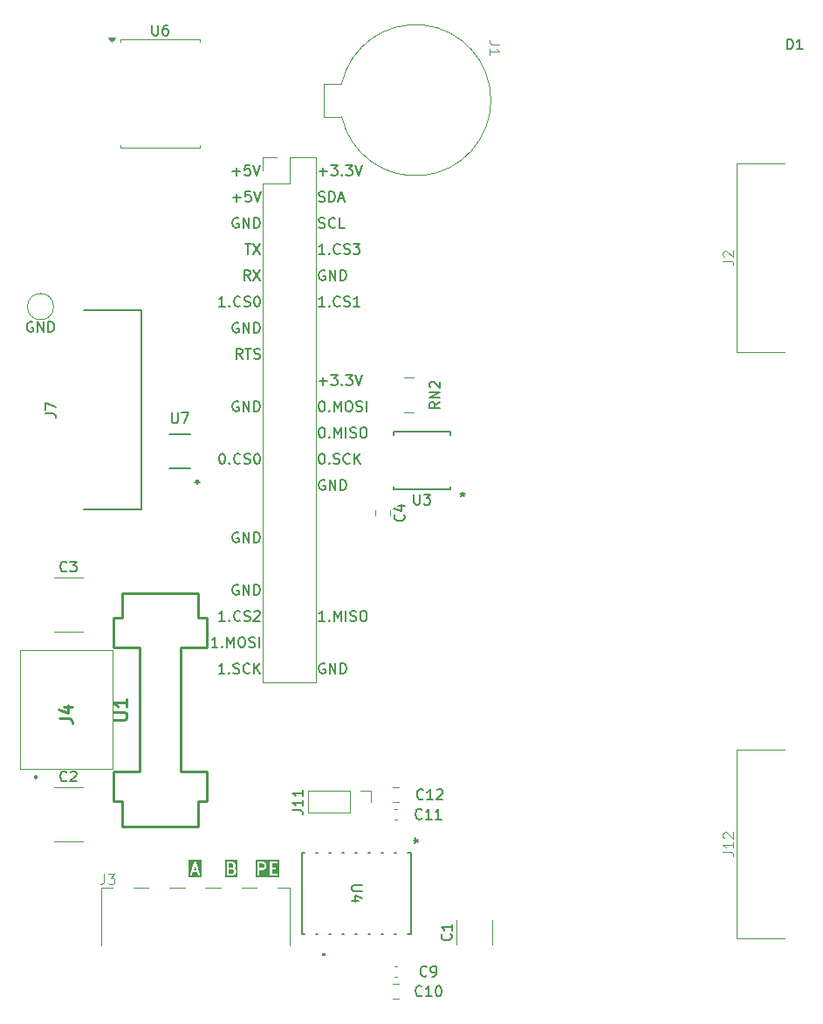
<source format=gbr>
%TF.GenerationSoftware,KiCad,Pcbnew,9.0.0*%
%TF.CreationDate,2025-03-09T08:07:50+03:00*%
%TF.ProjectId,PM_CPU-RP,504d5f43-5055-42d5-9250-2e6b69636164,rev?*%
%TF.SameCoordinates,Original*%
%TF.FileFunction,Legend,Top*%
%TF.FilePolarity,Positive*%
%FSLAX46Y46*%
G04 Gerber Fmt 4.6, Leading zero omitted, Abs format (unit mm)*
G04 Created by KiCad (PCBNEW 9.0.0) date 2025-03-09 08:07:50*
%MOMM*%
%LPD*%
G01*
G04 APERTURE LIST*
%ADD10C,0.200000*%
%ADD11C,0.150000*%
%ADD12C,0.100000*%
%ADD13C,0.254000*%
%ADD14C,0.120000*%
%ADD15C,0.152400*%
%ADD16C,0.000000*%
%ADD17C,0.300000*%
G04 APERTURE END LIST*
D10*
G36*
X-15344952Y-33984070D02*
G01*
X-15310758Y-34018263D01*
X-15271429Y-34096921D01*
X-15271429Y-34221134D01*
X-15310758Y-34299792D01*
X-15344952Y-34333985D01*
X-15423608Y-34373314D01*
X-15757143Y-34373314D01*
X-15757143Y-33944742D01*
X-15423608Y-33944742D01*
X-15344952Y-33984070D01*
G37*
G36*
X-13854303Y-35278075D02*
G01*
X-16090476Y-35278075D01*
X-16090476Y-33844742D01*
X-15957143Y-33844742D01*
X-15957143Y-35044742D01*
X-15955222Y-35064251D01*
X-15940290Y-35100299D01*
X-15912700Y-35127889D01*
X-15876652Y-35142821D01*
X-15837634Y-35142821D01*
X-15801586Y-35127889D01*
X-15773996Y-35100299D01*
X-15759064Y-35064251D01*
X-15757143Y-35044742D01*
X-15757143Y-34573314D01*
X-15400000Y-34573314D01*
X-15380491Y-34571393D01*
X-15377171Y-34570017D01*
X-15373587Y-34569763D01*
X-15355278Y-34562757D01*
X-15240993Y-34505613D01*
X-15232597Y-34500328D01*
X-15230158Y-34499318D01*
X-15227415Y-34497066D01*
X-15224403Y-34495171D01*
X-15222671Y-34493173D01*
X-15215004Y-34486882D01*
X-15157862Y-34429739D01*
X-15151570Y-34422072D01*
X-15149572Y-34420340D01*
X-15147679Y-34417331D01*
X-15145425Y-34414586D01*
X-15144415Y-34412145D01*
X-15139129Y-34403749D01*
X-15081986Y-34289463D01*
X-15074980Y-34271155D01*
X-15074726Y-34267571D01*
X-15073350Y-34264251D01*
X-15071429Y-34244742D01*
X-15071429Y-34073314D01*
X-15073350Y-34053805D01*
X-15074726Y-34050484D01*
X-15074980Y-34046901D01*
X-15081986Y-34028593D01*
X-15139129Y-33914307D01*
X-15144415Y-33905910D01*
X-15145425Y-33903470D01*
X-15147679Y-33900724D01*
X-15149572Y-33897716D01*
X-15151570Y-33895983D01*
X-15157862Y-33888317D01*
X-15201436Y-33844742D01*
X-14757143Y-33844742D01*
X-14757143Y-35044742D01*
X-14755222Y-35064251D01*
X-14740290Y-35100299D01*
X-14712700Y-35127889D01*
X-14676652Y-35142821D01*
X-14657143Y-35144742D01*
X-14085715Y-35144742D01*
X-14066206Y-35142821D01*
X-14030158Y-35127889D01*
X-14002568Y-35100299D01*
X-13987636Y-35064251D01*
X-13987636Y-35025233D01*
X-14002568Y-34989185D01*
X-14030158Y-34961595D01*
X-14066206Y-34946663D01*
X-14085715Y-34944742D01*
X-14557143Y-34944742D01*
X-14557143Y-34516171D01*
X-14257143Y-34516171D01*
X-14237634Y-34514250D01*
X-14201586Y-34499318D01*
X-14173996Y-34471728D01*
X-14159064Y-34435680D01*
X-14159064Y-34396662D01*
X-14173996Y-34360614D01*
X-14201586Y-34333024D01*
X-14237634Y-34318092D01*
X-14257143Y-34316171D01*
X-14557143Y-34316171D01*
X-14557143Y-33944742D01*
X-14085715Y-33944742D01*
X-14066206Y-33942821D01*
X-14030158Y-33927889D01*
X-14002568Y-33900299D01*
X-13987636Y-33864251D01*
X-13987636Y-33825233D01*
X-14002568Y-33789185D01*
X-14030158Y-33761595D01*
X-14066206Y-33746663D01*
X-14085715Y-33744742D01*
X-14657143Y-33744742D01*
X-14676652Y-33746663D01*
X-14712700Y-33761595D01*
X-14740290Y-33789185D01*
X-14755222Y-33825233D01*
X-14757143Y-33844742D01*
X-15201436Y-33844742D01*
X-15215004Y-33831174D01*
X-15222671Y-33824882D01*
X-15224403Y-33822885D01*
X-15227415Y-33820989D01*
X-15230158Y-33818738D01*
X-15232597Y-33817727D01*
X-15240993Y-33812443D01*
X-15355278Y-33755299D01*
X-15373587Y-33748293D01*
X-15377171Y-33748038D01*
X-15380491Y-33746663D01*
X-15400000Y-33744742D01*
X-15857143Y-33744742D01*
X-15876652Y-33746663D01*
X-15912700Y-33761595D01*
X-15940290Y-33789185D01*
X-15955222Y-33825233D01*
X-15957143Y-33844742D01*
X-16090476Y-33844742D01*
X-16090476Y-33611409D01*
X-13854303Y-33611409D01*
X-13854303Y-35278075D01*
G37*
G36*
X-21853028Y-34601885D02*
G01*
X-22146972Y-34601885D01*
X-22000000Y-34160969D01*
X-21853028Y-34601885D01*
G37*
G36*
X-21367452Y-35277290D02*
G01*
X-22632548Y-35277290D01*
X-22632548Y-35032235D01*
X-22499215Y-35032235D01*
X-22496449Y-35071155D01*
X-22478999Y-35106054D01*
X-22449523Y-35131619D01*
X-22412507Y-35143957D01*
X-22373587Y-35141191D01*
X-22338688Y-35123741D01*
X-22313123Y-35094265D01*
X-22305132Y-35076365D01*
X-22213639Y-34801885D01*
X-21786361Y-34801885D01*
X-21694868Y-35076365D01*
X-21686877Y-35094265D01*
X-21661312Y-35123741D01*
X-21626413Y-35141191D01*
X-21587493Y-35143957D01*
X-21550477Y-35131619D01*
X-21521001Y-35106053D01*
X-21503551Y-35071155D01*
X-21500785Y-35032234D01*
X-21505132Y-35013119D01*
X-21905132Y-33813119D01*
X-21913123Y-33795219D01*
X-21917808Y-33789818D01*
X-21921001Y-33783431D01*
X-21930471Y-33775217D01*
X-21938688Y-33765743D01*
X-21945078Y-33762548D01*
X-21950477Y-33757865D01*
X-21962375Y-33753899D01*
X-21973587Y-33748293D01*
X-21980715Y-33747786D01*
X-21987493Y-33745527D01*
X-22000000Y-33746415D01*
X-22012507Y-33745527D01*
X-22019286Y-33747786D01*
X-22026413Y-33748293D01*
X-22037626Y-33753899D01*
X-22049523Y-33757865D01*
X-22054923Y-33762548D01*
X-22061312Y-33765743D01*
X-22069528Y-33775214D01*
X-22078999Y-33783430D01*
X-22082194Y-33789819D01*
X-22086877Y-33795219D01*
X-22094868Y-33813119D01*
X-22494868Y-35013119D01*
X-22499215Y-35032235D01*
X-22632548Y-35032235D01*
X-22632548Y-33612194D01*
X-21367452Y-33612194D01*
X-21367452Y-35277290D01*
G37*
X-37761905Y18500162D02*
X-37857143Y18547781D01*
X-37857143Y18547781D02*
X-38000000Y18547781D01*
X-38000000Y18547781D02*
X-38142857Y18500162D01*
X-38142857Y18500162D02*
X-38238095Y18404924D01*
X-38238095Y18404924D02*
X-38285714Y18309686D01*
X-38285714Y18309686D02*
X-38333333Y18119210D01*
X-38333333Y18119210D02*
X-38333333Y17976353D01*
X-38333333Y17976353D02*
X-38285714Y17785877D01*
X-38285714Y17785877D02*
X-38238095Y17690639D01*
X-38238095Y17690639D02*
X-38142857Y17595400D01*
X-38142857Y17595400D02*
X-38000000Y17547781D01*
X-38000000Y17547781D02*
X-37904762Y17547781D01*
X-37904762Y17547781D02*
X-37761905Y17595400D01*
X-37761905Y17595400D02*
X-37714286Y17643020D01*
X-37714286Y17643020D02*
X-37714286Y17976353D01*
X-37714286Y17976353D02*
X-37904762Y17976353D01*
X-37285714Y17547781D02*
X-37285714Y18547781D01*
X-37285714Y18547781D02*
X-36714286Y17547781D01*
X-36714286Y17547781D02*
X-36714286Y18547781D01*
X-36238095Y17547781D02*
X-36238095Y18547781D01*
X-36238095Y18547781D02*
X-36000000Y18547781D01*
X-36000000Y18547781D02*
X-35857143Y18500162D01*
X-35857143Y18500162D02*
X-35761905Y18404924D01*
X-35761905Y18404924D02*
X-35714286Y18309686D01*
X-35714286Y18309686D02*
X-35666667Y18119210D01*
X-35666667Y18119210D02*
X-35666667Y17976353D01*
X-35666667Y17976353D02*
X-35714286Y17785877D01*
X-35714286Y17785877D02*
X-35761905Y17690639D01*
X-35761905Y17690639D02*
X-35857143Y17595400D01*
X-35857143Y17595400D02*
X-36000000Y17547781D01*
X-36000000Y17547781D02*
X-36238095Y17547781D01*
G36*
X-18296878Y-34560716D02*
G01*
X-18267902Y-34589691D01*
X-18228572Y-34668348D01*
X-18228572Y-34792563D01*
X-18267901Y-34871221D01*
X-18302095Y-34905414D01*
X-18380750Y-34944742D01*
X-18714286Y-34944742D01*
X-18714286Y-34516171D01*
X-18430513Y-34516171D01*
X-18296878Y-34560716D01*
G37*
G36*
X-18359236Y-33984070D02*
G01*
X-18325045Y-34018262D01*
X-18285715Y-34096921D01*
X-18285715Y-34163993D01*
X-18325045Y-34242651D01*
X-18359236Y-34276842D01*
X-18437893Y-34316171D01*
X-18714286Y-34316171D01*
X-18714286Y-33944742D01*
X-18437893Y-33944742D01*
X-18359236Y-33984070D01*
G37*
G36*
X-17895239Y-35278075D02*
G01*
X-19047619Y-35278075D01*
X-19047619Y-33844742D01*
X-18914286Y-33844742D01*
X-18914286Y-35044742D01*
X-18912365Y-35064251D01*
X-18897433Y-35100299D01*
X-18869843Y-35127889D01*
X-18833795Y-35142821D01*
X-18814286Y-35144742D01*
X-18357143Y-35144742D01*
X-18337634Y-35142821D01*
X-18334314Y-35141445D01*
X-18330730Y-35141191D01*
X-18312422Y-35134185D01*
X-18198137Y-35077043D01*
X-18189741Y-35071757D01*
X-18187301Y-35070747D01*
X-18184555Y-35068493D01*
X-18181547Y-35066600D01*
X-18179817Y-35064605D01*
X-18172147Y-35058311D01*
X-18115005Y-35001168D01*
X-18108713Y-34993501D01*
X-18106715Y-34991769D01*
X-18104822Y-34988760D01*
X-18102568Y-34986015D01*
X-18101558Y-34983574D01*
X-18096272Y-34975178D01*
X-18039129Y-34860892D01*
X-18032123Y-34842584D01*
X-18031869Y-34839000D01*
X-18030493Y-34835680D01*
X-18028572Y-34816171D01*
X-18028572Y-34644742D01*
X-18030493Y-34625233D01*
X-18031869Y-34621912D01*
X-18032123Y-34618329D01*
X-18039129Y-34600021D01*
X-18096272Y-34485735D01*
X-18101558Y-34477337D01*
X-18102568Y-34474899D01*
X-18104821Y-34472154D01*
X-18106715Y-34469145D01*
X-18108713Y-34467412D01*
X-18115005Y-34459746D01*
X-18172147Y-34402603D01*
X-18187301Y-34390167D01*
X-18189011Y-34389459D01*
X-18172146Y-34372595D01*
X-18165855Y-34364928D01*
X-18163858Y-34363197D01*
X-18161963Y-34360185D01*
X-18159710Y-34357441D01*
X-18158701Y-34355003D01*
X-18153415Y-34346607D01*
X-18096272Y-34232321D01*
X-18089266Y-34214013D01*
X-18089012Y-34210429D01*
X-18087636Y-34207109D01*
X-18085715Y-34187600D01*
X-18085715Y-34073314D01*
X-18087636Y-34053805D01*
X-18089012Y-34050484D01*
X-18089266Y-34046901D01*
X-18096272Y-34028593D01*
X-18153415Y-33914307D01*
X-18158700Y-33905910D01*
X-18159710Y-33903472D01*
X-18161964Y-33900726D01*
X-18163858Y-33897716D01*
X-18165855Y-33895984D01*
X-18172146Y-33888318D01*
X-18229289Y-33831175D01*
X-18236956Y-33824882D01*
X-18238688Y-33822885D01*
X-18241698Y-33820990D01*
X-18244442Y-33818738D01*
X-18246881Y-33817727D01*
X-18255278Y-33812442D01*
X-18369565Y-33755299D01*
X-18387873Y-33748293D01*
X-18391457Y-33748038D01*
X-18394777Y-33746663D01*
X-18414286Y-33744742D01*
X-18814286Y-33744742D01*
X-18833795Y-33746663D01*
X-18869843Y-33761595D01*
X-18897433Y-33789185D01*
X-18912365Y-33825233D01*
X-18914286Y-33844742D01*
X-19047619Y-33844742D01*
X-19047619Y-33611409D01*
X-17895239Y-33611409D01*
X-17895239Y-35278075D01*
G37*
D11*
X-1770420Y-166666D02*
X-1722800Y-214285D01*
X-1722800Y-214285D02*
X-1675181Y-357142D01*
X-1675181Y-357142D02*
X-1675181Y-452380D01*
X-1675181Y-452380D02*
X-1722800Y-595237D01*
X-1722800Y-595237D02*
X-1818039Y-690475D01*
X-1818039Y-690475D02*
X-1913277Y-738094D01*
X-1913277Y-738094D02*
X-2103753Y-785713D01*
X-2103753Y-785713D02*
X-2246610Y-785713D01*
X-2246610Y-785713D02*
X-2437086Y-738094D01*
X-2437086Y-738094D02*
X-2532324Y-690475D01*
X-2532324Y-690475D02*
X-2627562Y-595237D01*
X-2627562Y-595237D02*
X-2675181Y-452380D01*
X-2675181Y-452380D02*
X-2675181Y-357142D01*
X-2675181Y-357142D02*
X-2627562Y-214285D01*
X-2627562Y-214285D02*
X-2579943Y-166666D01*
X-2341848Y690477D02*
X-1675181Y690477D01*
X-2722800Y452382D02*
X-2008515Y214287D01*
X-2008515Y214287D02*
X-2008515Y833334D01*
X-24261905Y9720181D02*
X-24261905Y8910658D01*
X-24261905Y8910658D02*
X-24214286Y8815420D01*
X-24214286Y8815420D02*
X-24166667Y8767800D01*
X-24166667Y8767800D02*
X-24071429Y8720181D01*
X-24071429Y8720181D02*
X-23880953Y8720181D01*
X-23880953Y8720181D02*
X-23785715Y8767800D01*
X-23785715Y8767800D02*
X-23738096Y8815420D01*
X-23738096Y8815420D02*
X-23690477Y8910658D01*
X-23690477Y8910658D02*
X-23690477Y9720181D01*
X-23309524Y9720181D02*
X-22642858Y9720181D01*
X-22642858Y9720181D02*
X-23071429Y8720181D01*
X-21779151Y2803020D02*
X-21779151Y3041115D01*
X-21541056Y2945877D02*
X-21779151Y3041115D01*
X-21779151Y3041115D02*
X-22017246Y2945877D01*
X-21636294Y3231591D02*
X-21779151Y3041115D01*
X-21779151Y3041115D02*
X-21922008Y3231591D01*
D12*
X29207419Y24416667D02*
X29921704Y24416667D01*
X29921704Y24416667D02*
X30064561Y24369048D01*
X30064561Y24369048D02*
X30159800Y24273810D01*
X30159800Y24273810D02*
X30207419Y24130953D01*
X30207419Y24130953D02*
X30207419Y24035715D01*
X29302657Y24845239D02*
X29255038Y24892858D01*
X29255038Y24892858D02*
X29207419Y24988096D01*
X29207419Y24988096D02*
X29207419Y25226191D01*
X29207419Y25226191D02*
X29255038Y25321429D01*
X29255038Y25321429D02*
X29302657Y25369048D01*
X29302657Y25369048D02*
X29397895Y25416667D01*
X29397895Y25416667D02*
X29493133Y25416667D01*
X29493133Y25416667D02*
X29635990Y25369048D01*
X29635990Y25369048D02*
X30207419Y24797620D01*
X30207419Y24797620D02*
X30207419Y25416667D01*
X7527580Y45418334D02*
X6813295Y45418334D01*
X6813295Y45418334D02*
X6670438Y45465953D01*
X6670438Y45465953D02*
X6575200Y45561191D01*
X6575200Y45561191D02*
X6527580Y45704048D01*
X6527580Y45704048D02*
X6527580Y45799286D01*
X6527580Y44418334D02*
X6527580Y44989762D01*
X6527580Y44704048D02*
X7527580Y44704048D01*
X7527580Y44704048D02*
X7384723Y44799286D01*
X7384723Y44799286D02*
X7289485Y44894524D01*
X7289485Y44894524D02*
X7241866Y44989762D01*
D11*
X-34456667Y-5599580D02*
X-34504286Y-5647200D01*
X-34504286Y-5647200D02*
X-34647143Y-5694819D01*
X-34647143Y-5694819D02*
X-34742381Y-5694819D01*
X-34742381Y-5694819D02*
X-34885238Y-5647200D01*
X-34885238Y-5647200D02*
X-34980476Y-5551961D01*
X-34980476Y-5551961D02*
X-35028095Y-5456723D01*
X-35028095Y-5456723D02*
X-35075714Y-5266247D01*
X-35075714Y-5266247D02*
X-35075714Y-5123390D01*
X-35075714Y-5123390D02*
X-35028095Y-4932914D01*
X-35028095Y-4932914D02*
X-34980476Y-4837676D01*
X-34980476Y-4837676D02*
X-34885238Y-4742438D01*
X-34885238Y-4742438D02*
X-34742381Y-4694819D01*
X-34742381Y-4694819D02*
X-34647143Y-4694819D01*
X-34647143Y-4694819D02*
X-34504286Y-4742438D01*
X-34504286Y-4742438D02*
X-34456667Y-4790057D01*
X-34123333Y-4694819D02*
X-33504286Y-4694819D01*
X-33504286Y-4694819D02*
X-33837619Y-5075771D01*
X-33837619Y-5075771D02*
X-33694762Y-5075771D01*
X-33694762Y-5075771D02*
X-33599524Y-5123390D01*
X-33599524Y-5123390D02*
X-33551905Y-5171009D01*
X-33551905Y-5171009D02*
X-33504286Y-5266247D01*
X-33504286Y-5266247D02*
X-33504286Y-5504342D01*
X-33504286Y-5504342D02*
X-33551905Y-5599580D01*
X-33551905Y-5599580D02*
X-33599524Y-5647200D01*
X-33599524Y-5647200D02*
X-33694762Y-5694819D01*
X-33694762Y-5694819D02*
X-33980476Y-5694819D01*
X-33980476Y-5694819D02*
X-34075714Y-5647200D01*
X-34075714Y-5647200D02*
X-34123333Y-5599580D01*
X35421905Y44945181D02*
X35421905Y45945181D01*
X35421905Y45945181D02*
X35660000Y45945181D01*
X35660000Y45945181D02*
X35802857Y45897562D01*
X35802857Y45897562D02*
X35898095Y45802324D01*
X35898095Y45802324D02*
X35945714Y45707086D01*
X35945714Y45707086D02*
X35993333Y45516610D01*
X35993333Y45516610D02*
X35993333Y45373753D01*
X35993333Y45373753D02*
X35945714Y45183277D01*
X35945714Y45183277D02*
X35898095Y45088039D01*
X35898095Y45088039D02*
X35802857Y44992800D01*
X35802857Y44992800D02*
X35660000Y44945181D01*
X35660000Y44945181D02*
X35421905Y44945181D01*
X36945714Y44945181D02*
X36374286Y44945181D01*
X36660000Y44945181D02*
X36660000Y45945181D01*
X36660000Y45945181D02*
X36564762Y45802324D01*
X36564762Y45802324D02*
X36469524Y45707086D01*
X36469524Y45707086D02*
X36374286Y45659467D01*
D10*
X-9426518Y25097781D02*
X-9997946Y25097781D01*
X-9712232Y25097781D02*
X-9712232Y26097781D01*
X-9712232Y26097781D02*
X-9807470Y25954924D01*
X-9807470Y25954924D02*
X-9902708Y25859686D01*
X-9902708Y25859686D02*
X-9997946Y25812067D01*
X-8997946Y25193020D02*
X-8950327Y25145400D01*
X-8950327Y25145400D02*
X-8997946Y25097781D01*
X-8997946Y25097781D02*
X-9045565Y25145400D01*
X-9045565Y25145400D02*
X-8997946Y25193020D01*
X-8997946Y25193020D02*
X-8997946Y25097781D01*
X-7950328Y25193020D02*
X-7997947Y25145400D01*
X-7997947Y25145400D02*
X-8140804Y25097781D01*
X-8140804Y25097781D02*
X-8236042Y25097781D01*
X-8236042Y25097781D02*
X-8378899Y25145400D01*
X-8378899Y25145400D02*
X-8474137Y25240639D01*
X-8474137Y25240639D02*
X-8521756Y25335877D01*
X-8521756Y25335877D02*
X-8569375Y25526353D01*
X-8569375Y25526353D02*
X-8569375Y25669210D01*
X-8569375Y25669210D02*
X-8521756Y25859686D01*
X-8521756Y25859686D02*
X-8474137Y25954924D01*
X-8474137Y25954924D02*
X-8378899Y26050162D01*
X-8378899Y26050162D02*
X-8236042Y26097781D01*
X-8236042Y26097781D02*
X-8140804Y26097781D01*
X-8140804Y26097781D02*
X-7997947Y26050162D01*
X-7997947Y26050162D02*
X-7950328Y26002543D01*
X-7569375Y25145400D02*
X-7426518Y25097781D01*
X-7426518Y25097781D02*
X-7188423Y25097781D01*
X-7188423Y25097781D02*
X-7093185Y25145400D01*
X-7093185Y25145400D02*
X-7045566Y25193020D01*
X-7045566Y25193020D02*
X-6997947Y25288258D01*
X-6997947Y25288258D02*
X-6997947Y25383496D01*
X-6997947Y25383496D02*
X-7045566Y25478734D01*
X-7045566Y25478734D02*
X-7093185Y25526353D01*
X-7093185Y25526353D02*
X-7188423Y25573972D01*
X-7188423Y25573972D02*
X-7378899Y25621591D01*
X-7378899Y25621591D02*
X-7474137Y25669210D01*
X-7474137Y25669210D02*
X-7521756Y25716829D01*
X-7521756Y25716829D02*
X-7569375Y25812067D01*
X-7569375Y25812067D02*
X-7569375Y25907305D01*
X-7569375Y25907305D02*
X-7521756Y26002543D01*
X-7521756Y26002543D02*
X-7474137Y26050162D01*
X-7474137Y26050162D02*
X-7378899Y26097781D01*
X-7378899Y26097781D02*
X-7140804Y26097781D01*
X-7140804Y26097781D02*
X-6997947Y26050162D01*
X-6664613Y26097781D02*
X-6045566Y26097781D01*
X-6045566Y26097781D02*
X-6378899Y25716829D01*
X-6378899Y25716829D02*
X-6236042Y25716829D01*
X-6236042Y25716829D02*
X-6140804Y25669210D01*
X-6140804Y25669210D02*
X-6093185Y25621591D01*
X-6093185Y25621591D02*
X-6045566Y25526353D01*
X-6045566Y25526353D02*
X-6045566Y25288258D01*
X-6045566Y25288258D02*
X-6093185Y25193020D01*
X-6093185Y25193020D02*
X-6140804Y25145400D01*
X-6140804Y25145400D02*
X-6236042Y25097781D01*
X-6236042Y25097781D02*
X-6521756Y25097781D01*
X-6521756Y25097781D02*
X-6616994Y25145400D01*
X-6616994Y25145400D02*
X-6664613Y25193020D01*
X-17150626Y26097781D02*
X-16579198Y26097781D01*
X-16864912Y25097781D02*
X-16864912Y26097781D01*
X-16341102Y26097781D02*
X-15674436Y25097781D01*
X-15674436Y26097781D02*
X-16341102Y25097781D01*
X-19103007Y-10462219D02*
X-19674435Y-10462219D01*
X-19388721Y-10462219D02*
X-19388721Y-9462219D01*
X-19388721Y-9462219D02*
X-19483959Y-9605076D01*
X-19483959Y-9605076D02*
X-19579197Y-9700314D01*
X-19579197Y-9700314D02*
X-19674435Y-9747933D01*
X-18674435Y-10366980D02*
X-18626816Y-10414600D01*
X-18626816Y-10414600D02*
X-18674435Y-10462219D01*
X-18674435Y-10462219D02*
X-18722054Y-10414600D01*
X-18722054Y-10414600D02*
X-18674435Y-10366980D01*
X-18674435Y-10366980D02*
X-18674435Y-10462219D01*
X-17626817Y-10366980D02*
X-17674436Y-10414600D01*
X-17674436Y-10414600D02*
X-17817293Y-10462219D01*
X-17817293Y-10462219D02*
X-17912531Y-10462219D01*
X-17912531Y-10462219D02*
X-18055388Y-10414600D01*
X-18055388Y-10414600D02*
X-18150626Y-10319361D01*
X-18150626Y-10319361D02*
X-18198245Y-10224123D01*
X-18198245Y-10224123D02*
X-18245864Y-10033647D01*
X-18245864Y-10033647D02*
X-18245864Y-9890790D01*
X-18245864Y-9890790D02*
X-18198245Y-9700314D01*
X-18198245Y-9700314D02*
X-18150626Y-9605076D01*
X-18150626Y-9605076D02*
X-18055388Y-9509838D01*
X-18055388Y-9509838D02*
X-17912531Y-9462219D01*
X-17912531Y-9462219D02*
X-17817293Y-9462219D01*
X-17817293Y-9462219D02*
X-17674436Y-9509838D01*
X-17674436Y-9509838D02*
X-17626817Y-9557457D01*
X-17245864Y-10414600D02*
X-17103007Y-10462219D01*
X-17103007Y-10462219D02*
X-16864912Y-10462219D01*
X-16864912Y-10462219D02*
X-16769674Y-10414600D01*
X-16769674Y-10414600D02*
X-16722055Y-10366980D01*
X-16722055Y-10366980D02*
X-16674436Y-10271742D01*
X-16674436Y-10271742D02*
X-16674436Y-10176504D01*
X-16674436Y-10176504D02*
X-16722055Y-10081266D01*
X-16722055Y-10081266D02*
X-16769674Y-10033647D01*
X-16769674Y-10033647D02*
X-16864912Y-9986028D01*
X-16864912Y-9986028D02*
X-17055388Y-9938409D01*
X-17055388Y-9938409D02*
X-17150626Y-9890790D01*
X-17150626Y-9890790D02*
X-17198245Y-9843171D01*
X-17198245Y-9843171D02*
X-17245864Y-9747933D01*
X-17245864Y-9747933D02*
X-17245864Y-9652695D01*
X-17245864Y-9652695D02*
X-17198245Y-9557457D01*
X-17198245Y-9557457D02*
X-17150626Y-9509838D01*
X-17150626Y-9509838D02*
X-17055388Y-9462219D01*
X-17055388Y-9462219D02*
X-16817293Y-9462219D01*
X-16817293Y-9462219D02*
X-16674436Y-9509838D01*
X-16293483Y-9557457D02*
X-16245864Y-9509838D01*
X-16245864Y-9509838D02*
X-16150626Y-9462219D01*
X-16150626Y-9462219D02*
X-15912531Y-9462219D01*
X-15912531Y-9462219D02*
X-15817293Y-9509838D01*
X-15817293Y-9509838D02*
X-15769674Y-9557457D01*
X-15769674Y-9557457D02*
X-15722055Y-9652695D01*
X-15722055Y-9652695D02*
X-15722055Y-9747933D01*
X-15722055Y-9747933D02*
X-15769674Y-9890790D01*
X-15769674Y-9890790D02*
X-16341102Y-10462219D01*
X-16341102Y-10462219D02*
X-15722055Y-10462219D01*
X-17817293Y10810162D02*
X-17912531Y10857781D01*
X-17912531Y10857781D02*
X-18055388Y10857781D01*
X-18055388Y10857781D02*
X-18198245Y10810162D01*
X-18198245Y10810162D02*
X-18293483Y10714924D01*
X-18293483Y10714924D02*
X-18341102Y10619686D01*
X-18341102Y10619686D02*
X-18388721Y10429210D01*
X-18388721Y10429210D02*
X-18388721Y10286353D01*
X-18388721Y10286353D02*
X-18341102Y10095877D01*
X-18341102Y10095877D02*
X-18293483Y10000639D01*
X-18293483Y10000639D02*
X-18198245Y9905400D01*
X-18198245Y9905400D02*
X-18055388Y9857781D01*
X-18055388Y9857781D02*
X-17960150Y9857781D01*
X-17960150Y9857781D02*
X-17817293Y9905400D01*
X-17817293Y9905400D02*
X-17769674Y9953020D01*
X-17769674Y9953020D02*
X-17769674Y10286353D01*
X-17769674Y10286353D02*
X-17960150Y10286353D01*
X-17341102Y9857781D02*
X-17341102Y10857781D01*
X-17341102Y10857781D02*
X-16769674Y9857781D01*
X-16769674Y9857781D02*
X-16769674Y10857781D01*
X-16293483Y9857781D02*
X-16293483Y10857781D01*
X-16293483Y10857781D02*
X-16055388Y10857781D01*
X-16055388Y10857781D02*
X-15912531Y10810162D01*
X-15912531Y10810162D02*
X-15817293Y10714924D01*
X-15817293Y10714924D02*
X-15769674Y10619686D01*
X-15769674Y10619686D02*
X-15722055Y10429210D01*
X-15722055Y10429210D02*
X-15722055Y10286353D01*
X-15722055Y10286353D02*
X-15769674Y10095877D01*
X-15769674Y10095877D02*
X-15817293Y10000639D01*
X-15817293Y10000639D02*
X-15912531Y9905400D01*
X-15912531Y9905400D02*
X-16055388Y9857781D01*
X-16055388Y9857781D02*
X-16293483Y9857781D01*
X-9950327Y33098734D02*
X-9188422Y33098734D01*
X-9569375Y32717781D02*
X-9569375Y33479686D01*
X-8807470Y33717781D02*
X-8188423Y33717781D01*
X-8188423Y33717781D02*
X-8521756Y33336829D01*
X-8521756Y33336829D02*
X-8378899Y33336829D01*
X-8378899Y33336829D02*
X-8283661Y33289210D01*
X-8283661Y33289210D02*
X-8236042Y33241591D01*
X-8236042Y33241591D02*
X-8188423Y33146353D01*
X-8188423Y33146353D02*
X-8188423Y32908258D01*
X-8188423Y32908258D02*
X-8236042Y32813020D01*
X-8236042Y32813020D02*
X-8283661Y32765400D01*
X-8283661Y32765400D02*
X-8378899Y32717781D01*
X-8378899Y32717781D02*
X-8664613Y32717781D01*
X-8664613Y32717781D02*
X-8759851Y32765400D01*
X-8759851Y32765400D02*
X-8807470Y32813020D01*
X-7759851Y32813020D02*
X-7712232Y32765400D01*
X-7712232Y32765400D02*
X-7759851Y32717781D01*
X-7759851Y32717781D02*
X-7807470Y32765400D01*
X-7807470Y32765400D02*
X-7759851Y32813020D01*
X-7759851Y32813020D02*
X-7759851Y32717781D01*
X-7378899Y33717781D02*
X-6759852Y33717781D01*
X-6759852Y33717781D02*
X-7093185Y33336829D01*
X-7093185Y33336829D02*
X-6950328Y33336829D01*
X-6950328Y33336829D02*
X-6855090Y33289210D01*
X-6855090Y33289210D02*
X-6807471Y33241591D01*
X-6807471Y33241591D02*
X-6759852Y33146353D01*
X-6759852Y33146353D02*
X-6759852Y32908258D01*
X-6759852Y32908258D02*
X-6807471Y32813020D01*
X-6807471Y32813020D02*
X-6855090Y32765400D01*
X-6855090Y32765400D02*
X-6950328Y32717781D01*
X-6950328Y32717781D02*
X-7236042Y32717781D01*
X-7236042Y32717781D02*
X-7331280Y32765400D01*
X-7331280Y32765400D02*
X-7378899Y32813020D01*
X-6474137Y33717781D02*
X-6140804Y32717781D01*
X-6140804Y32717781D02*
X-5807471Y33717781D01*
X-19436340Y5777781D02*
X-19341102Y5777781D01*
X-19341102Y5777781D02*
X-19245864Y5730162D01*
X-19245864Y5730162D02*
X-19198245Y5682543D01*
X-19198245Y5682543D02*
X-19150626Y5587305D01*
X-19150626Y5587305D02*
X-19103007Y5396829D01*
X-19103007Y5396829D02*
X-19103007Y5158734D01*
X-19103007Y5158734D02*
X-19150626Y4968258D01*
X-19150626Y4968258D02*
X-19198245Y4873020D01*
X-19198245Y4873020D02*
X-19245864Y4825400D01*
X-19245864Y4825400D02*
X-19341102Y4777781D01*
X-19341102Y4777781D02*
X-19436340Y4777781D01*
X-19436340Y4777781D02*
X-19531578Y4825400D01*
X-19531578Y4825400D02*
X-19579197Y4873020D01*
X-19579197Y4873020D02*
X-19626816Y4968258D01*
X-19626816Y4968258D02*
X-19674435Y5158734D01*
X-19674435Y5158734D02*
X-19674435Y5396829D01*
X-19674435Y5396829D02*
X-19626816Y5587305D01*
X-19626816Y5587305D02*
X-19579197Y5682543D01*
X-19579197Y5682543D02*
X-19531578Y5730162D01*
X-19531578Y5730162D02*
X-19436340Y5777781D01*
X-18674435Y4873020D02*
X-18626816Y4825400D01*
X-18626816Y4825400D02*
X-18674435Y4777781D01*
X-18674435Y4777781D02*
X-18722054Y4825400D01*
X-18722054Y4825400D02*
X-18674435Y4873020D01*
X-18674435Y4873020D02*
X-18674435Y4777781D01*
X-17626817Y4873020D02*
X-17674436Y4825400D01*
X-17674436Y4825400D02*
X-17817293Y4777781D01*
X-17817293Y4777781D02*
X-17912531Y4777781D01*
X-17912531Y4777781D02*
X-18055388Y4825400D01*
X-18055388Y4825400D02*
X-18150626Y4920639D01*
X-18150626Y4920639D02*
X-18198245Y5015877D01*
X-18198245Y5015877D02*
X-18245864Y5206353D01*
X-18245864Y5206353D02*
X-18245864Y5349210D01*
X-18245864Y5349210D02*
X-18198245Y5539686D01*
X-18198245Y5539686D02*
X-18150626Y5634924D01*
X-18150626Y5634924D02*
X-18055388Y5730162D01*
X-18055388Y5730162D02*
X-17912531Y5777781D01*
X-17912531Y5777781D02*
X-17817293Y5777781D01*
X-17817293Y5777781D02*
X-17674436Y5730162D01*
X-17674436Y5730162D02*
X-17626817Y5682543D01*
X-17245864Y4825400D02*
X-17103007Y4777781D01*
X-17103007Y4777781D02*
X-16864912Y4777781D01*
X-16864912Y4777781D02*
X-16769674Y4825400D01*
X-16769674Y4825400D02*
X-16722055Y4873020D01*
X-16722055Y4873020D02*
X-16674436Y4968258D01*
X-16674436Y4968258D02*
X-16674436Y5063496D01*
X-16674436Y5063496D02*
X-16722055Y5158734D01*
X-16722055Y5158734D02*
X-16769674Y5206353D01*
X-16769674Y5206353D02*
X-16864912Y5253972D01*
X-16864912Y5253972D02*
X-17055388Y5301591D01*
X-17055388Y5301591D02*
X-17150626Y5349210D01*
X-17150626Y5349210D02*
X-17198245Y5396829D01*
X-17198245Y5396829D02*
X-17245864Y5492067D01*
X-17245864Y5492067D02*
X-17245864Y5587305D01*
X-17245864Y5587305D02*
X-17198245Y5682543D01*
X-17198245Y5682543D02*
X-17150626Y5730162D01*
X-17150626Y5730162D02*
X-17055388Y5777781D01*
X-17055388Y5777781D02*
X-16817293Y5777781D01*
X-16817293Y5777781D02*
X-16674436Y5730162D01*
X-16055388Y5777781D02*
X-15960150Y5777781D01*
X-15960150Y5777781D02*
X-15864912Y5730162D01*
X-15864912Y5730162D02*
X-15817293Y5682543D01*
X-15817293Y5682543D02*
X-15769674Y5587305D01*
X-15769674Y5587305D02*
X-15722055Y5396829D01*
X-15722055Y5396829D02*
X-15722055Y5158734D01*
X-15722055Y5158734D02*
X-15769674Y4968258D01*
X-15769674Y4968258D02*
X-15817293Y4873020D01*
X-15817293Y4873020D02*
X-15864912Y4825400D01*
X-15864912Y4825400D02*
X-15960150Y4777781D01*
X-15960150Y4777781D02*
X-16055388Y4777781D01*
X-16055388Y4777781D02*
X-16150626Y4825400D01*
X-16150626Y4825400D02*
X-16198245Y4873020D01*
X-16198245Y4873020D02*
X-16245864Y4968258D01*
X-16245864Y4968258D02*
X-16293483Y5158734D01*
X-16293483Y5158734D02*
X-16293483Y5396829D01*
X-16293483Y5396829D02*
X-16245864Y5587305D01*
X-16245864Y5587305D02*
X-16198245Y5682543D01*
X-16198245Y5682543D02*
X-16150626Y5730162D01*
X-16150626Y5730162D02*
X-16055388Y5777781D01*
X-9426518Y-10462219D02*
X-9997946Y-10462219D01*
X-9712232Y-10462219D02*
X-9712232Y-9462219D01*
X-9712232Y-9462219D02*
X-9807470Y-9605076D01*
X-9807470Y-9605076D02*
X-9902708Y-9700314D01*
X-9902708Y-9700314D02*
X-9997946Y-9747933D01*
X-8997946Y-10366980D02*
X-8950327Y-10414600D01*
X-8950327Y-10414600D02*
X-8997946Y-10462219D01*
X-8997946Y-10462219D02*
X-9045565Y-10414600D01*
X-9045565Y-10414600D02*
X-8997946Y-10366980D01*
X-8997946Y-10366980D02*
X-8997946Y-10462219D01*
X-8521756Y-10462219D02*
X-8521756Y-9462219D01*
X-8521756Y-9462219D02*
X-8188423Y-10176504D01*
X-8188423Y-10176504D02*
X-7855090Y-9462219D01*
X-7855090Y-9462219D02*
X-7855090Y-10462219D01*
X-7378899Y-10462219D02*
X-7378899Y-9462219D01*
X-6950328Y-10414600D02*
X-6807471Y-10462219D01*
X-6807471Y-10462219D02*
X-6569376Y-10462219D01*
X-6569376Y-10462219D02*
X-6474138Y-10414600D01*
X-6474138Y-10414600D02*
X-6426519Y-10366980D01*
X-6426519Y-10366980D02*
X-6378900Y-10271742D01*
X-6378900Y-10271742D02*
X-6378900Y-10176504D01*
X-6378900Y-10176504D02*
X-6426519Y-10081266D01*
X-6426519Y-10081266D02*
X-6474138Y-10033647D01*
X-6474138Y-10033647D02*
X-6569376Y-9986028D01*
X-6569376Y-9986028D02*
X-6759852Y-9938409D01*
X-6759852Y-9938409D02*
X-6855090Y-9890790D01*
X-6855090Y-9890790D02*
X-6902709Y-9843171D01*
X-6902709Y-9843171D02*
X-6950328Y-9747933D01*
X-6950328Y-9747933D02*
X-6950328Y-9652695D01*
X-6950328Y-9652695D02*
X-6902709Y-9557457D01*
X-6902709Y-9557457D02*
X-6855090Y-9509838D01*
X-6855090Y-9509838D02*
X-6759852Y-9462219D01*
X-6759852Y-9462219D02*
X-6521757Y-9462219D01*
X-6521757Y-9462219D02*
X-6378900Y-9509838D01*
X-5759852Y-9462219D02*
X-5569376Y-9462219D01*
X-5569376Y-9462219D02*
X-5474138Y-9509838D01*
X-5474138Y-9509838D02*
X-5378900Y-9605076D01*
X-5378900Y-9605076D02*
X-5331281Y-9795552D01*
X-5331281Y-9795552D02*
X-5331281Y-10128885D01*
X-5331281Y-10128885D02*
X-5378900Y-10319361D01*
X-5378900Y-10319361D02*
X-5474138Y-10414600D01*
X-5474138Y-10414600D02*
X-5569376Y-10462219D01*
X-5569376Y-10462219D02*
X-5759852Y-10462219D01*
X-5759852Y-10462219D02*
X-5855090Y-10414600D01*
X-5855090Y-10414600D02*
X-5950328Y-10319361D01*
X-5950328Y-10319361D02*
X-5997947Y-10128885D01*
X-5997947Y-10128885D02*
X-5997947Y-9795552D01*
X-5997947Y-9795552D02*
X-5950328Y-9605076D01*
X-5950328Y-9605076D02*
X-5855090Y-9509838D01*
X-5855090Y-9509838D02*
X-5759852Y-9462219D01*
X-9426518Y-14589838D02*
X-9521756Y-14542219D01*
X-9521756Y-14542219D02*
X-9664613Y-14542219D01*
X-9664613Y-14542219D02*
X-9807470Y-14589838D01*
X-9807470Y-14589838D02*
X-9902708Y-14685076D01*
X-9902708Y-14685076D02*
X-9950327Y-14780314D01*
X-9950327Y-14780314D02*
X-9997946Y-14970790D01*
X-9997946Y-14970790D02*
X-9997946Y-15113647D01*
X-9997946Y-15113647D02*
X-9950327Y-15304123D01*
X-9950327Y-15304123D02*
X-9902708Y-15399361D01*
X-9902708Y-15399361D02*
X-9807470Y-15494600D01*
X-9807470Y-15494600D02*
X-9664613Y-15542219D01*
X-9664613Y-15542219D02*
X-9569375Y-15542219D01*
X-9569375Y-15542219D02*
X-9426518Y-15494600D01*
X-9426518Y-15494600D02*
X-9378899Y-15446980D01*
X-9378899Y-15446980D02*
X-9378899Y-15113647D01*
X-9378899Y-15113647D02*
X-9569375Y-15113647D01*
X-8950327Y-15542219D02*
X-8950327Y-14542219D01*
X-8950327Y-14542219D02*
X-8378899Y-15542219D01*
X-8378899Y-15542219D02*
X-8378899Y-14542219D01*
X-7902708Y-15542219D02*
X-7902708Y-14542219D01*
X-7902708Y-14542219D02*
X-7664613Y-14542219D01*
X-7664613Y-14542219D02*
X-7521756Y-14589838D01*
X-7521756Y-14589838D02*
X-7426518Y-14685076D01*
X-7426518Y-14685076D02*
X-7378899Y-14780314D01*
X-7378899Y-14780314D02*
X-7331280Y-14970790D01*
X-7331280Y-14970790D02*
X-7331280Y-15113647D01*
X-7331280Y-15113647D02*
X-7378899Y-15304123D01*
X-7378899Y-15304123D02*
X-7426518Y-15399361D01*
X-7426518Y-15399361D02*
X-7521756Y-15494600D01*
X-7521756Y-15494600D02*
X-7664613Y-15542219D01*
X-7664613Y-15542219D02*
X-7902708Y-15542219D01*
X-17817293Y-6969838D02*
X-17912531Y-6922219D01*
X-17912531Y-6922219D02*
X-18055388Y-6922219D01*
X-18055388Y-6922219D02*
X-18198245Y-6969838D01*
X-18198245Y-6969838D02*
X-18293483Y-7065076D01*
X-18293483Y-7065076D02*
X-18341102Y-7160314D01*
X-18341102Y-7160314D02*
X-18388721Y-7350790D01*
X-18388721Y-7350790D02*
X-18388721Y-7493647D01*
X-18388721Y-7493647D02*
X-18341102Y-7684123D01*
X-18341102Y-7684123D02*
X-18293483Y-7779361D01*
X-18293483Y-7779361D02*
X-18198245Y-7874600D01*
X-18198245Y-7874600D02*
X-18055388Y-7922219D01*
X-18055388Y-7922219D02*
X-17960150Y-7922219D01*
X-17960150Y-7922219D02*
X-17817293Y-7874600D01*
X-17817293Y-7874600D02*
X-17769674Y-7826980D01*
X-17769674Y-7826980D02*
X-17769674Y-7493647D01*
X-17769674Y-7493647D02*
X-17960150Y-7493647D01*
X-17341102Y-7922219D02*
X-17341102Y-6922219D01*
X-17341102Y-6922219D02*
X-16769674Y-7922219D01*
X-16769674Y-7922219D02*
X-16769674Y-6922219D01*
X-16293483Y-7922219D02*
X-16293483Y-6922219D01*
X-16293483Y-6922219D02*
X-16055388Y-6922219D01*
X-16055388Y-6922219D02*
X-15912531Y-6969838D01*
X-15912531Y-6969838D02*
X-15817293Y-7065076D01*
X-15817293Y-7065076D02*
X-15769674Y-7160314D01*
X-15769674Y-7160314D02*
X-15722055Y-7350790D01*
X-15722055Y-7350790D02*
X-15722055Y-7493647D01*
X-15722055Y-7493647D02*
X-15769674Y-7684123D01*
X-15769674Y-7684123D02*
X-15817293Y-7779361D01*
X-15817293Y-7779361D02*
X-15912531Y-7874600D01*
X-15912531Y-7874600D02*
X-16055388Y-7922219D01*
X-16055388Y-7922219D02*
X-16293483Y-7922219D01*
X-9759851Y5777781D02*
X-9664613Y5777781D01*
X-9664613Y5777781D02*
X-9569375Y5730162D01*
X-9569375Y5730162D02*
X-9521756Y5682543D01*
X-9521756Y5682543D02*
X-9474137Y5587305D01*
X-9474137Y5587305D02*
X-9426518Y5396829D01*
X-9426518Y5396829D02*
X-9426518Y5158734D01*
X-9426518Y5158734D02*
X-9474137Y4968258D01*
X-9474137Y4968258D02*
X-9521756Y4873020D01*
X-9521756Y4873020D02*
X-9569375Y4825400D01*
X-9569375Y4825400D02*
X-9664613Y4777781D01*
X-9664613Y4777781D02*
X-9759851Y4777781D01*
X-9759851Y4777781D02*
X-9855089Y4825400D01*
X-9855089Y4825400D02*
X-9902708Y4873020D01*
X-9902708Y4873020D02*
X-9950327Y4968258D01*
X-9950327Y4968258D02*
X-9997946Y5158734D01*
X-9997946Y5158734D02*
X-9997946Y5396829D01*
X-9997946Y5396829D02*
X-9950327Y5587305D01*
X-9950327Y5587305D02*
X-9902708Y5682543D01*
X-9902708Y5682543D02*
X-9855089Y5730162D01*
X-9855089Y5730162D02*
X-9759851Y5777781D01*
X-8997946Y4873020D02*
X-8950327Y4825400D01*
X-8950327Y4825400D02*
X-8997946Y4777781D01*
X-8997946Y4777781D02*
X-9045565Y4825400D01*
X-9045565Y4825400D02*
X-8997946Y4873020D01*
X-8997946Y4873020D02*
X-8997946Y4777781D01*
X-8569375Y4825400D02*
X-8426518Y4777781D01*
X-8426518Y4777781D02*
X-8188423Y4777781D01*
X-8188423Y4777781D02*
X-8093185Y4825400D01*
X-8093185Y4825400D02*
X-8045566Y4873020D01*
X-8045566Y4873020D02*
X-7997947Y4968258D01*
X-7997947Y4968258D02*
X-7997947Y5063496D01*
X-7997947Y5063496D02*
X-8045566Y5158734D01*
X-8045566Y5158734D02*
X-8093185Y5206353D01*
X-8093185Y5206353D02*
X-8188423Y5253972D01*
X-8188423Y5253972D02*
X-8378899Y5301591D01*
X-8378899Y5301591D02*
X-8474137Y5349210D01*
X-8474137Y5349210D02*
X-8521756Y5396829D01*
X-8521756Y5396829D02*
X-8569375Y5492067D01*
X-8569375Y5492067D02*
X-8569375Y5587305D01*
X-8569375Y5587305D02*
X-8521756Y5682543D01*
X-8521756Y5682543D02*
X-8474137Y5730162D01*
X-8474137Y5730162D02*
X-8378899Y5777781D01*
X-8378899Y5777781D02*
X-8140804Y5777781D01*
X-8140804Y5777781D02*
X-7997947Y5730162D01*
X-6997947Y4873020D02*
X-7045566Y4825400D01*
X-7045566Y4825400D02*
X-7188423Y4777781D01*
X-7188423Y4777781D02*
X-7283661Y4777781D01*
X-7283661Y4777781D02*
X-7426518Y4825400D01*
X-7426518Y4825400D02*
X-7521756Y4920639D01*
X-7521756Y4920639D02*
X-7569375Y5015877D01*
X-7569375Y5015877D02*
X-7616994Y5206353D01*
X-7616994Y5206353D02*
X-7616994Y5349210D01*
X-7616994Y5349210D02*
X-7569375Y5539686D01*
X-7569375Y5539686D02*
X-7521756Y5634924D01*
X-7521756Y5634924D02*
X-7426518Y5730162D01*
X-7426518Y5730162D02*
X-7283661Y5777781D01*
X-7283661Y5777781D02*
X-7188423Y5777781D01*
X-7188423Y5777781D02*
X-7045566Y5730162D01*
X-7045566Y5730162D02*
X-6997947Y5682543D01*
X-6569375Y4777781D02*
X-6569375Y5777781D01*
X-5997947Y4777781D02*
X-6426518Y5349210D01*
X-5997947Y5777781D02*
X-6569375Y5206353D01*
X-9759851Y10857781D02*
X-9664613Y10857781D01*
X-9664613Y10857781D02*
X-9569375Y10810162D01*
X-9569375Y10810162D02*
X-9521756Y10762543D01*
X-9521756Y10762543D02*
X-9474137Y10667305D01*
X-9474137Y10667305D02*
X-9426518Y10476829D01*
X-9426518Y10476829D02*
X-9426518Y10238734D01*
X-9426518Y10238734D02*
X-9474137Y10048258D01*
X-9474137Y10048258D02*
X-9521756Y9953020D01*
X-9521756Y9953020D02*
X-9569375Y9905400D01*
X-9569375Y9905400D02*
X-9664613Y9857781D01*
X-9664613Y9857781D02*
X-9759851Y9857781D01*
X-9759851Y9857781D02*
X-9855089Y9905400D01*
X-9855089Y9905400D02*
X-9902708Y9953020D01*
X-9902708Y9953020D02*
X-9950327Y10048258D01*
X-9950327Y10048258D02*
X-9997946Y10238734D01*
X-9997946Y10238734D02*
X-9997946Y10476829D01*
X-9997946Y10476829D02*
X-9950327Y10667305D01*
X-9950327Y10667305D02*
X-9902708Y10762543D01*
X-9902708Y10762543D02*
X-9855089Y10810162D01*
X-9855089Y10810162D02*
X-9759851Y10857781D01*
X-8997946Y9953020D02*
X-8950327Y9905400D01*
X-8950327Y9905400D02*
X-8997946Y9857781D01*
X-8997946Y9857781D02*
X-9045565Y9905400D01*
X-9045565Y9905400D02*
X-8997946Y9953020D01*
X-8997946Y9953020D02*
X-8997946Y9857781D01*
X-8521756Y9857781D02*
X-8521756Y10857781D01*
X-8521756Y10857781D02*
X-8188423Y10143496D01*
X-8188423Y10143496D02*
X-7855090Y10857781D01*
X-7855090Y10857781D02*
X-7855090Y9857781D01*
X-7188423Y10857781D02*
X-6997947Y10857781D01*
X-6997947Y10857781D02*
X-6902709Y10810162D01*
X-6902709Y10810162D02*
X-6807471Y10714924D01*
X-6807471Y10714924D02*
X-6759852Y10524448D01*
X-6759852Y10524448D02*
X-6759852Y10191115D01*
X-6759852Y10191115D02*
X-6807471Y10000639D01*
X-6807471Y10000639D02*
X-6902709Y9905400D01*
X-6902709Y9905400D02*
X-6997947Y9857781D01*
X-6997947Y9857781D02*
X-7188423Y9857781D01*
X-7188423Y9857781D02*
X-7283661Y9905400D01*
X-7283661Y9905400D02*
X-7378899Y10000639D01*
X-7378899Y10000639D02*
X-7426518Y10191115D01*
X-7426518Y10191115D02*
X-7426518Y10524448D01*
X-7426518Y10524448D02*
X-7378899Y10714924D01*
X-7378899Y10714924D02*
X-7283661Y10810162D01*
X-7283661Y10810162D02*
X-7188423Y10857781D01*
X-6378899Y9905400D02*
X-6236042Y9857781D01*
X-6236042Y9857781D02*
X-5997947Y9857781D01*
X-5997947Y9857781D02*
X-5902709Y9905400D01*
X-5902709Y9905400D02*
X-5855090Y9953020D01*
X-5855090Y9953020D02*
X-5807471Y10048258D01*
X-5807471Y10048258D02*
X-5807471Y10143496D01*
X-5807471Y10143496D02*
X-5855090Y10238734D01*
X-5855090Y10238734D02*
X-5902709Y10286353D01*
X-5902709Y10286353D02*
X-5997947Y10333972D01*
X-5997947Y10333972D02*
X-6188423Y10381591D01*
X-6188423Y10381591D02*
X-6283661Y10429210D01*
X-6283661Y10429210D02*
X-6331280Y10476829D01*
X-6331280Y10476829D02*
X-6378899Y10572067D01*
X-6378899Y10572067D02*
X-6378899Y10667305D01*
X-6378899Y10667305D02*
X-6331280Y10762543D01*
X-6331280Y10762543D02*
X-6283661Y10810162D01*
X-6283661Y10810162D02*
X-6188423Y10857781D01*
X-6188423Y10857781D02*
X-5950328Y10857781D01*
X-5950328Y10857781D02*
X-5807471Y10810162D01*
X-5378899Y9857781D02*
X-5378899Y10857781D01*
X-19103007Y20017781D02*
X-19674435Y20017781D01*
X-19388721Y20017781D02*
X-19388721Y21017781D01*
X-19388721Y21017781D02*
X-19483959Y20874924D01*
X-19483959Y20874924D02*
X-19579197Y20779686D01*
X-19579197Y20779686D02*
X-19674435Y20732067D01*
X-18674435Y20113020D02*
X-18626816Y20065400D01*
X-18626816Y20065400D02*
X-18674435Y20017781D01*
X-18674435Y20017781D02*
X-18722054Y20065400D01*
X-18722054Y20065400D02*
X-18674435Y20113020D01*
X-18674435Y20113020D02*
X-18674435Y20017781D01*
X-17626817Y20113020D02*
X-17674436Y20065400D01*
X-17674436Y20065400D02*
X-17817293Y20017781D01*
X-17817293Y20017781D02*
X-17912531Y20017781D01*
X-17912531Y20017781D02*
X-18055388Y20065400D01*
X-18055388Y20065400D02*
X-18150626Y20160639D01*
X-18150626Y20160639D02*
X-18198245Y20255877D01*
X-18198245Y20255877D02*
X-18245864Y20446353D01*
X-18245864Y20446353D02*
X-18245864Y20589210D01*
X-18245864Y20589210D02*
X-18198245Y20779686D01*
X-18198245Y20779686D02*
X-18150626Y20874924D01*
X-18150626Y20874924D02*
X-18055388Y20970162D01*
X-18055388Y20970162D02*
X-17912531Y21017781D01*
X-17912531Y21017781D02*
X-17817293Y21017781D01*
X-17817293Y21017781D02*
X-17674436Y20970162D01*
X-17674436Y20970162D02*
X-17626817Y20922543D01*
X-17245864Y20065400D02*
X-17103007Y20017781D01*
X-17103007Y20017781D02*
X-16864912Y20017781D01*
X-16864912Y20017781D02*
X-16769674Y20065400D01*
X-16769674Y20065400D02*
X-16722055Y20113020D01*
X-16722055Y20113020D02*
X-16674436Y20208258D01*
X-16674436Y20208258D02*
X-16674436Y20303496D01*
X-16674436Y20303496D02*
X-16722055Y20398734D01*
X-16722055Y20398734D02*
X-16769674Y20446353D01*
X-16769674Y20446353D02*
X-16864912Y20493972D01*
X-16864912Y20493972D02*
X-17055388Y20541591D01*
X-17055388Y20541591D02*
X-17150626Y20589210D01*
X-17150626Y20589210D02*
X-17198245Y20636829D01*
X-17198245Y20636829D02*
X-17245864Y20732067D01*
X-17245864Y20732067D02*
X-17245864Y20827305D01*
X-17245864Y20827305D02*
X-17198245Y20922543D01*
X-17198245Y20922543D02*
X-17150626Y20970162D01*
X-17150626Y20970162D02*
X-17055388Y21017781D01*
X-17055388Y21017781D02*
X-16817293Y21017781D01*
X-16817293Y21017781D02*
X-16674436Y20970162D01*
X-16055388Y21017781D02*
X-15960150Y21017781D01*
X-15960150Y21017781D02*
X-15864912Y20970162D01*
X-15864912Y20970162D02*
X-15817293Y20922543D01*
X-15817293Y20922543D02*
X-15769674Y20827305D01*
X-15769674Y20827305D02*
X-15722055Y20636829D01*
X-15722055Y20636829D02*
X-15722055Y20398734D01*
X-15722055Y20398734D02*
X-15769674Y20208258D01*
X-15769674Y20208258D02*
X-15817293Y20113020D01*
X-15817293Y20113020D02*
X-15864912Y20065400D01*
X-15864912Y20065400D02*
X-15960150Y20017781D01*
X-15960150Y20017781D02*
X-16055388Y20017781D01*
X-16055388Y20017781D02*
X-16150626Y20065400D01*
X-16150626Y20065400D02*
X-16198245Y20113020D01*
X-16198245Y20113020D02*
X-16245864Y20208258D01*
X-16245864Y20208258D02*
X-16293483Y20398734D01*
X-16293483Y20398734D02*
X-16293483Y20636829D01*
X-16293483Y20636829D02*
X-16245864Y20827305D01*
X-16245864Y20827305D02*
X-16198245Y20922543D01*
X-16198245Y20922543D02*
X-16150626Y20970162D01*
X-16150626Y20970162D02*
X-16055388Y21017781D01*
X-9426518Y23510162D02*
X-9521756Y23557781D01*
X-9521756Y23557781D02*
X-9664613Y23557781D01*
X-9664613Y23557781D02*
X-9807470Y23510162D01*
X-9807470Y23510162D02*
X-9902708Y23414924D01*
X-9902708Y23414924D02*
X-9950327Y23319686D01*
X-9950327Y23319686D02*
X-9997946Y23129210D01*
X-9997946Y23129210D02*
X-9997946Y22986353D01*
X-9997946Y22986353D02*
X-9950327Y22795877D01*
X-9950327Y22795877D02*
X-9902708Y22700639D01*
X-9902708Y22700639D02*
X-9807470Y22605400D01*
X-9807470Y22605400D02*
X-9664613Y22557781D01*
X-9664613Y22557781D02*
X-9569375Y22557781D01*
X-9569375Y22557781D02*
X-9426518Y22605400D01*
X-9426518Y22605400D02*
X-9378899Y22653020D01*
X-9378899Y22653020D02*
X-9378899Y22986353D01*
X-9378899Y22986353D02*
X-9569375Y22986353D01*
X-8950327Y22557781D02*
X-8950327Y23557781D01*
X-8950327Y23557781D02*
X-8378899Y22557781D01*
X-8378899Y22557781D02*
X-8378899Y23557781D01*
X-7902708Y22557781D02*
X-7902708Y23557781D01*
X-7902708Y23557781D02*
X-7664613Y23557781D01*
X-7664613Y23557781D02*
X-7521756Y23510162D01*
X-7521756Y23510162D02*
X-7426518Y23414924D01*
X-7426518Y23414924D02*
X-7378899Y23319686D01*
X-7378899Y23319686D02*
X-7331280Y23129210D01*
X-7331280Y23129210D02*
X-7331280Y22986353D01*
X-7331280Y22986353D02*
X-7378899Y22795877D01*
X-7378899Y22795877D02*
X-7426518Y22700639D01*
X-7426518Y22700639D02*
X-7521756Y22605400D01*
X-7521756Y22605400D02*
X-7664613Y22557781D01*
X-7664613Y22557781D02*
X-7902708Y22557781D01*
X-17436341Y14937781D02*
X-17769674Y15413972D01*
X-18007769Y14937781D02*
X-18007769Y15937781D01*
X-18007769Y15937781D02*
X-17626817Y15937781D01*
X-17626817Y15937781D02*
X-17531579Y15890162D01*
X-17531579Y15890162D02*
X-17483960Y15842543D01*
X-17483960Y15842543D02*
X-17436341Y15747305D01*
X-17436341Y15747305D02*
X-17436341Y15604448D01*
X-17436341Y15604448D02*
X-17483960Y15509210D01*
X-17483960Y15509210D02*
X-17531579Y15461591D01*
X-17531579Y15461591D02*
X-17626817Y15413972D01*
X-17626817Y15413972D02*
X-18007769Y15413972D01*
X-17150626Y15937781D02*
X-16579198Y15937781D01*
X-16864912Y14937781D02*
X-16864912Y15937781D01*
X-16293483Y14985400D02*
X-16150626Y14937781D01*
X-16150626Y14937781D02*
X-15912531Y14937781D01*
X-15912531Y14937781D02*
X-15817293Y14985400D01*
X-15817293Y14985400D02*
X-15769674Y15033020D01*
X-15769674Y15033020D02*
X-15722055Y15128258D01*
X-15722055Y15128258D02*
X-15722055Y15223496D01*
X-15722055Y15223496D02*
X-15769674Y15318734D01*
X-15769674Y15318734D02*
X-15817293Y15366353D01*
X-15817293Y15366353D02*
X-15912531Y15413972D01*
X-15912531Y15413972D02*
X-16103007Y15461591D01*
X-16103007Y15461591D02*
X-16198245Y15509210D01*
X-16198245Y15509210D02*
X-16245864Y15556829D01*
X-16245864Y15556829D02*
X-16293483Y15652067D01*
X-16293483Y15652067D02*
X-16293483Y15747305D01*
X-16293483Y15747305D02*
X-16245864Y15842543D01*
X-16245864Y15842543D02*
X-16198245Y15890162D01*
X-16198245Y15890162D02*
X-16103007Y15937781D01*
X-16103007Y15937781D02*
X-15864912Y15937781D01*
X-15864912Y15937781D02*
X-15722055Y15890162D01*
X-9426518Y20017781D02*
X-9997946Y20017781D01*
X-9712232Y20017781D02*
X-9712232Y21017781D01*
X-9712232Y21017781D02*
X-9807470Y20874924D01*
X-9807470Y20874924D02*
X-9902708Y20779686D01*
X-9902708Y20779686D02*
X-9997946Y20732067D01*
X-8997946Y20113020D02*
X-8950327Y20065400D01*
X-8950327Y20065400D02*
X-8997946Y20017781D01*
X-8997946Y20017781D02*
X-9045565Y20065400D01*
X-9045565Y20065400D02*
X-8997946Y20113020D01*
X-8997946Y20113020D02*
X-8997946Y20017781D01*
X-7950328Y20113020D02*
X-7997947Y20065400D01*
X-7997947Y20065400D02*
X-8140804Y20017781D01*
X-8140804Y20017781D02*
X-8236042Y20017781D01*
X-8236042Y20017781D02*
X-8378899Y20065400D01*
X-8378899Y20065400D02*
X-8474137Y20160639D01*
X-8474137Y20160639D02*
X-8521756Y20255877D01*
X-8521756Y20255877D02*
X-8569375Y20446353D01*
X-8569375Y20446353D02*
X-8569375Y20589210D01*
X-8569375Y20589210D02*
X-8521756Y20779686D01*
X-8521756Y20779686D02*
X-8474137Y20874924D01*
X-8474137Y20874924D02*
X-8378899Y20970162D01*
X-8378899Y20970162D02*
X-8236042Y21017781D01*
X-8236042Y21017781D02*
X-8140804Y21017781D01*
X-8140804Y21017781D02*
X-7997947Y20970162D01*
X-7997947Y20970162D02*
X-7950328Y20922543D01*
X-7569375Y20065400D02*
X-7426518Y20017781D01*
X-7426518Y20017781D02*
X-7188423Y20017781D01*
X-7188423Y20017781D02*
X-7093185Y20065400D01*
X-7093185Y20065400D02*
X-7045566Y20113020D01*
X-7045566Y20113020D02*
X-6997947Y20208258D01*
X-6997947Y20208258D02*
X-6997947Y20303496D01*
X-6997947Y20303496D02*
X-7045566Y20398734D01*
X-7045566Y20398734D02*
X-7093185Y20446353D01*
X-7093185Y20446353D02*
X-7188423Y20493972D01*
X-7188423Y20493972D02*
X-7378899Y20541591D01*
X-7378899Y20541591D02*
X-7474137Y20589210D01*
X-7474137Y20589210D02*
X-7521756Y20636829D01*
X-7521756Y20636829D02*
X-7569375Y20732067D01*
X-7569375Y20732067D02*
X-7569375Y20827305D01*
X-7569375Y20827305D02*
X-7521756Y20922543D01*
X-7521756Y20922543D02*
X-7474137Y20970162D01*
X-7474137Y20970162D02*
X-7378899Y21017781D01*
X-7378899Y21017781D02*
X-7140804Y21017781D01*
X-7140804Y21017781D02*
X-6997947Y20970162D01*
X-6045566Y20017781D02*
X-6616994Y20017781D01*
X-6331280Y20017781D02*
X-6331280Y21017781D01*
X-6331280Y21017781D02*
X-6426518Y20874924D01*
X-6426518Y20874924D02*
X-6521756Y20779686D01*
X-6521756Y20779686D02*
X-6616994Y20732067D01*
X-19817292Y-13002219D02*
X-20388720Y-13002219D01*
X-20103006Y-13002219D02*
X-20103006Y-12002219D01*
X-20103006Y-12002219D02*
X-20198244Y-12145076D01*
X-20198244Y-12145076D02*
X-20293482Y-12240314D01*
X-20293482Y-12240314D02*
X-20388720Y-12287933D01*
X-19388720Y-12906980D02*
X-19341101Y-12954600D01*
X-19341101Y-12954600D02*
X-19388720Y-13002219D01*
X-19388720Y-13002219D02*
X-19436339Y-12954600D01*
X-19436339Y-12954600D02*
X-19388720Y-12906980D01*
X-19388720Y-12906980D02*
X-19388720Y-13002219D01*
X-18912530Y-13002219D02*
X-18912530Y-12002219D01*
X-18912530Y-12002219D02*
X-18579197Y-12716504D01*
X-18579197Y-12716504D02*
X-18245864Y-12002219D01*
X-18245864Y-12002219D02*
X-18245864Y-13002219D01*
X-17579197Y-12002219D02*
X-17388721Y-12002219D01*
X-17388721Y-12002219D02*
X-17293483Y-12049838D01*
X-17293483Y-12049838D02*
X-17198245Y-12145076D01*
X-17198245Y-12145076D02*
X-17150626Y-12335552D01*
X-17150626Y-12335552D02*
X-17150626Y-12668885D01*
X-17150626Y-12668885D02*
X-17198245Y-12859361D01*
X-17198245Y-12859361D02*
X-17293483Y-12954600D01*
X-17293483Y-12954600D02*
X-17388721Y-13002219D01*
X-17388721Y-13002219D02*
X-17579197Y-13002219D01*
X-17579197Y-13002219D02*
X-17674435Y-12954600D01*
X-17674435Y-12954600D02*
X-17769673Y-12859361D01*
X-17769673Y-12859361D02*
X-17817292Y-12668885D01*
X-17817292Y-12668885D02*
X-17817292Y-12335552D01*
X-17817292Y-12335552D02*
X-17769673Y-12145076D01*
X-17769673Y-12145076D02*
X-17674435Y-12049838D01*
X-17674435Y-12049838D02*
X-17579197Y-12002219D01*
X-16769673Y-12954600D02*
X-16626816Y-13002219D01*
X-16626816Y-13002219D02*
X-16388721Y-13002219D01*
X-16388721Y-13002219D02*
X-16293483Y-12954600D01*
X-16293483Y-12954600D02*
X-16245864Y-12906980D01*
X-16245864Y-12906980D02*
X-16198245Y-12811742D01*
X-16198245Y-12811742D02*
X-16198245Y-12716504D01*
X-16198245Y-12716504D02*
X-16245864Y-12621266D01*
X-16245864Y-12621266D02*
X-16293483Y-12573647D01*
X-16293483Y-12573647D02*
X-16388721Y-12526028D01*
X-16388721Y-12526028D02*
X-16579197Y-12478409D01*
X-16579197Y-12478409D02*
X-16674435Y-12430790D01*
X-16674435Y-12430790D02*
X-16722054Y-12383171D01*
X-16722054Y-12383171D02*
X-16769673Y-12287933D01*
X-16769673Y-12287933D02*
X-16769673Y-12192695D01*
X-16769673Y-12192695D02*
X-16722054Y-12097457D01*
X-16722054Y-12097457D02*
X-16674435Y-12049838D01*
X-16674435Y-12049838D02*
X-16579197Y-12002219D01*
X-16579197Y-12002219D02*
X-16341102Y-12002219D01*
X-16341102Y-12002219D02*
X-16198245Y-12049838D01*
X-15769673Y-13002219D02*
X-15769673Y-12002219D01*
X-17817293Y28590162D02*
X-17912531Y28637781D01*
X-17912531Y28637781D02*
X-18055388Y28637781D01*
X-18055388Y28637781D02*
X-18198245Y28590162D01*
X-18198245Y28590162D02*
X-18293483Y28494924D01*
X-18293483Y28494924D02*
X-18341102Y28399686D01*
X-18341102Y28399686D02*
X-18388721Y28209210D01*
X-18388721Y28209210D02*
X-18388721Y28066353D01*
X-18388721Y28066353D02*
X-18341102Y27875877D01*
X-18341102Y27875877D02*
X-18293483Y27780639D01*
X-18293483Y27780639D02*
X-18198245Y27685400D01*
X-18198245Y27685400D02*
X-18055388Y27637781D01*
X-18055388Y27637781D02*
X-17960150Y27637781D01*
X-17960150Y27637781D02*
X-17817293Y27685400D01*
X-17817293Y27685400D02*
X-17769674Y27733020D01*
X-17769674Y27733020D02*
X-17769674Y28066353D01*
X-17769674Y28066353D02*
X-17960150Y28066353D01*
X-17341102Y27637781D02*
X-17341102Y28637781D01*
X-17341102Y28637781D02*
X-16769674Y27637781D01*
X-16769674Y27637781D02*
X-16769674Y28637781D01*
X-16293483Y27637781D02*
X-16293483Y28637781D01*
X-16293483Y28637781D02*
X-16055388Y28637781D01*
X-16055388Y28637781D02*
X-15912531Y28590162D01*
X-15912531Y28590162D02*
X-15817293Y28494924D01*
X-15817293Y28494924D02*
X-15769674Y28399686D01*
X-15769674Y28399686D02*
X-15722055Y28209210D01*
X-15722055Y28209210D02*
X-15722055Y28066353D01*
X-15722055Y28066353D02*
X-15769674Y27875877D01*
X-15769674Y27875877D02*
X-15817293Y27780639D01*
X-15817293Y27780639D02*
X-15912531Y27685400D01*
X-15912531Y27685400D02*
X-16055388Y27637781D01*
X-16055388Y27637781D02*
X-16293483Y27637781D01*
X-9997946Y30225400D02*
X-9855089Y30177781D01*
X-9855089Y30177781D02*
X-9616994Y30177781D01*
X-9616994Y30177781D02*
X-9521756Y30225400D01*
X-9521756Y30225400D02*
X-9474137Y30273020D01*
X-9474137Y30273020D02*
X-9426518Y30368258D01*
X-9426518Y30368258D02*
X-9426518Y30463496D01*
X-9426518Y30463496D02*
X-9474137Y30558734D01*
X-9474137Y30558734D02*
X-9521756Y30606353D01*
X-9521756Y30606353D02*
X-9616994Y30653972D01*
X-9616994Y30653972D02*
X-9807470Y30701591D01*
X-9807470Y30701591D02*
X-9902708Y30749210D01*
X-9902708Y30749210D02*
X-9950327Y30796829D01*
X-9950327Y30796829D02*
X-9997946Y30892067D01*
X-9997946Y30892067D02*
X-9997946Y30987305D01*
X-9997946Y30987305D02*
X-9950327Y31082543D01*
X-9950327Y31082543D02*
X-9902708Y31130162D01*
X-9902708Y31130162D02*
X-9807470Y31177781D01*
X-9807470Y31177781D02*
X-9569375Y31177781D01*
X-9569375Y31177781D02*
X-9426518Y31130162D01*
X-8997946Y30177781D02*
X-8997946Y31177781D01*
X-8997946Y31177781D02*
X-8759851Y31177781D01*
X-8759851Y31177781D02*
X-8616994Y31130162D01*
X-8616994Y31130162D02*
X-8521756Y31034924D01*
X-8521756Y31034924D02*
X-8474137Y30939686D01*
X-8474137Y30939686D02*
X-8426518Y30749210D01*
X-8426518Y30749210D02*
X-8426518Y30606353D01*
X-8426518Y30606353D02*
X-8474137Y30415877D01*
X-8474137Y30415877D02*
X-8521756Y30320639D01*
X-8521756Y30320639D02*
X-8616994Y30225400D01*
X-8616994Y30225400D02*
X-8759851Y30177781D01*
X-8759851Y30177781D02*
X-8997946Y30177781D01*
X-8045565Y30463496D02*
X-7569375Y30463496D01*
X-8140803Y30177781D02*
X-7807470Y31177781D01*
X-7807470Y31177781D02*
X-7474137Y30177781D01*
X-19150626Y-15542219D02*
X-19722054Y-15542219D01*
X-19436340Y-15542219D02*
X-19436340Y-14542219D01*
X-19436340Y-14542219D02*
X-19531578Y-14685076D01*
X-19531578Y-14685076D02*
X-19626816Y-14780314D01*
X-19626816Y-14780314D02*
X-19722054Y-14827933D01*
X-18722054Y-15446980D02*
X-18674435Y-15494600D01*
X-18674435Y-15494600D02*
X-18722054Y-15542219D01*
X-18722054Y-15542219D02*
X-18769673Y-15494600D01*
X-18769673Y-15494600D02*
X-18722054Y-15446980D01*
X-18722054Y-15446980D02*
X-18722054Y-15542219D01*
X-18293483Y-15494600D02*
X-18150626Y-15542219D01*
X-18150626Y-15542219D02*
X-17912531Y-15542219D01*
X-17912531Y-15542219D02*
X-17817293Y-15494600D01*
X-17817293Y-15494600D02*
X-17769674Y-15446980D01*
X-17769674Y-15446980D02*
X-17722055Y-15351742D01*
X-17722055Y-15351742D02*
X-17722055Y-15256504D01*
X-17722055Y-15256504D02*
X-17769674Y-15161266D01*
X-17769674Y-15161266D02*
X-17817293Y-15113647D01*
X-17817293Y-15113647D02*
X-17912531Y-15066028D01*
X-17912531Y-15066028D02*
X-18103007Y-15018409D01*
X-18103007Y-15018409D02*
X-18198245Y-14970790D01*
X-18198245Y-14970790D02*
X-18245864Y-14923171D01*
X-18245864Y-14923171D02*
X-18293483Y-14827933D01*
X-18293483Y-14827933D02*
X-18293483Y-14732695D01*
X-18293483Y-14732695D02*
X-18245864Y-14637457D01*
X-18245864Y-14637457D02*
X-18198245Y-14589838D01*
X-18198245Y-14589838D02*
X-18103007Y-14542219D01*
X-18103007Y-14542219D02*
X-17864912Y-14542219D01*
X-17864912Y-14542219D02*
X-17722055Y-14589838D01*
X-16722055Y-15446980D02*
X-16769674Y-15494600D01*
X-16769674Y-15494600D02*
X-16912531Y-15542219D01*
X-16912531Y-15542219D02*
X-17007769Y-15542219D01*
X-17007769Y-15542219D02*
X-17150626Y-15494600D01*
X-17150626Y-15494600D02*
X-17245864Y-15399361D01*
X-17245864Y-15399361D02*
X-17293483Y-15304123D01*
X-17293483Y-15304123D02*
X-17341102Y-15113647D01*
X-17341102Y-15113647D02*
X-17341102Y-14970790D01*
X-17341102Y-14970790D02*
X-17293483Y-14780314D01*
X-17293483Y-14780314D02*
X-17245864Y-14685076D01*
X-17245864Y-14685076D02*
X-17150626Y-14589838D01*
X-17150626Y-14589838D02*
X-17007769Y-14542219D01*
X-17007769Y-14542219D02*
X-16912531Y-14542219D01*
X-16912531Y-14542219D02*
X-16769674Y-14589838D01*
X-16769674Y-14589838D02*
X-16722055Y-14637457D01*
X-16293483Y-15542219D02*
X-16293483Y-14542219D01*
X-15722055Y-15542219D02*
X-16150626Y-14970790D01*
X-15722055Y-14542219D02*
X-16293483Y-15113647D01*
X-16674436Y22557781D02*
X-17007769Y23033972D01*
X-17245864Y22557781D02*
X-17245864Y23557781D01*
X-17245864Y23557781D02*
X-16864912Y23557781D01*
X-16864912Y23557781D02*
X-16769674Y23510162D01*
X-16769674Y23510162D02*
X-16722055Y23462543D01*
X-16722055Y23462543D02*
X-16674436Y23367305D01*
X-16674436Y23367305D02*
X-16674436Y23224448D01*
X-16674436Y23224448D02*
X-16722055Y23129210D01*
X-16722055Y23129210D02*
X-16769674Y23081591D01*
X-16769674Y23081591D02*
X-16864912Y23033972D01*
X-16864912Y23033972D02*
X-17245864Y23033972D01*
X-16341102Y23557781D02*
X-15674436Y22557781D01*
X-15674436Y23557781D02*
X-16341102Y22557781D01*
X-17817293Y18430162D02*
X-17912531Y18477781D01*
X-17912531Y18477781D02*
X-18055388Y18477781D01*
X-18055388Y18477781D02*
X-18198245Y18430162D01*
X-18198245Y18430162D02*
X-18293483Y18334924D01*
X-18293483Y18334924D02*
X-18341102Y18239686D01*
X-18341102Y18239686D02*
X-18388721Y18049210D01*
X-18388721Y18049210D02*
X-18388721Y17906353D01*
X-18388721Y17906353D02*
X-18341102Y17715877D01*
X-18341102Y17715877D02*
X-18293483Y17620639D01*
X-18293483Y17620639D02*
X-18198245Y17525400D01*
X-18198245Y17525400D02*
X-18055388Y17477781D01*
X-18055388Y17477781D02*
X-17960150Y17477781D01*
X-17960150Y17477781D02*
X-17817293Y17525400D01*
X-17817293Y17525400D02*
X-17769674Y17573020D01*
X-17769674Y17573020D02*
X-17769674Y17906353D01*
X-17769674Y17906353D02*
X-17960150Y17906353D01*
X-17341102Y17477781D02*
X-17341102Y18477781D01*
X-17341102Y18477781D02*
X-16769674Y17477781D01*
X-16769674Y17477781D02*
X-16769674Y18477781D01*
X-16293483Y17477781D02*
X-16293483Y18477781D01*
X-16293483Y18477781D02*
X-16055388Y18477781D01*
X-16055388Y18477781D02*
X-15912531Y18430162D01*
X-15912531Y18430162D02*
X-15817293Y18334924D01*
X-15817293Y18334924D02*
X-15769674Y18239686D01*
X-15769674Y18239686D02*
X-15722055Y18049210D01*
X-15722055Y18049210D02*
X-15722055Y17906353D01*
X-15722055Y17906353D02*
X-15769674Y17715877D01*
X-15769674Y17715877D02*
X-15817293Y17620639D01*
X-15817293Y17620639D02*
X-15912531Y17525400D01*
X-15912531Y17525400D02*
X-16055388Y17477781D01*
X-16055388Y17477781D02*
X-16293483Y17477781D01*
X-9997946Y27685400D02*
X-9855089Y27637781D01*
X-9855089Y27637781D02*
X-9616994Y27637781D01*
X-9616994Y27637781D02*
X-9521756Y27685400D01*
X-9521756Y27685400D02*
X-9474137Y27733020D01*
X-9474137Y27733020D02*
X-9426518Y27828258D01*
X-9426518Y27828258D02*
X-9426518Y27923496D01*
X-9426518Y27923496D02*
X-9474137Y28018734D01*
X-9474137Y28018734D02*
X-9521756Y28066353D01*
X-9521756Y28066353D02*
X-9616994Y28113972D01*
X-9616994Y28113972D02*
X-9807470Y28161591D01*
X-9807470Y28161591D02*
X-9902708Y28209210D01*
X-9902708Y28209210D02*
X-9950327Y28256829D01*
X-9950327Y28256829D02*
X-9997946Y28352067D01*
X-9997946Y28352067D02*
X-9997946Y28447305D01*
X-9997946Y28447305D02*
X-9950327Y28542543D01*
X-9950327Y28542543D02*
X-9902708Y28590162D01*
X-9902708Y28590162D02*
X-9807470Y28637781D01*
X-9807470Y28637781D02*
X-9569375Y28637781D01*
X-9569375Y28637781D02*
X-9426518Y28590162D01*
X-8426518Y27733020D02*
X-8474137Y27685400D01*
X-8474137Y27685400D02*
X-8616994Y27637781D01*
X-8616994Y27637781D02*
X-8712232Y27637781D01*
X-8712232Y27637781D02*
X-8855089Y27685400D01*
X-8855089Y27685400D02*
X-8950327Y27780639D01*
X-8950327Y27780639D02*
X-8997946Y27875877D01*
X-8997946Y27875877D02*
X-9045565Y28066353D01*
X-9045565Y28066353D02*
X-9045565Y28209210D01*
X-9045565Y28209210D02*
X-8997946Y28399686D01*
X-8997946Y28399686D02*
X-8950327Y28494924D01*
X-8950327Y28494924D02*
X-8855089Y28590162D01*
X-8855089Y28590162D02*
X-8712232Y28637781D01*
X-8712232Y28637781D02*
X-8616994Y28637781D01*
X-8616994Y28637781D02*
X-8474137Y28590162D01*
X-8474137Y28590162D02*
X-8426518Y28542543D01*
X-7521756Y27637781D02*
X-7997946Y27637781D01*
X-7997946Y27637781D02*
X-7997946Y28637781D01*
X-9759851Y8317781D02*
X-9664613Y8317781D01*
X-9664613Y8317781D02*
X-9569375Y8270162D01*
X-9569375Y8270162D02*
X-9521756Y8222543D01*
X-9521756Y8222543D02*
X-9474137Y8127305D01*
X-9474137Y8127305D02*
X-9426518Y7936829D01*
X-9426518Y7936829D02*
X-9426518Y7698734D01*
X-9426518Y7698734D02*
X-9474137Y7508258D01*
X-9474137Y7508258D02*
X-9521756Y7413020D01*
X-9521756Y7413020D02*
X-9569375Y7365400D01*
X-9569375Y7365400D02*
X-9664613Y7317781D01*
X-9664613Y7317781D02*
X-9759851Y7317781D01*
X-9759851Y7317781D02*
X-9855089Y7365400D01*
X-9855089Y7365400D02*
X-9902708Y7413020D01*
X-9902708Y7413020D02*
X-9950327Y7508258D01*
X-9950327Y7508258D02*
X-9997946Y7698734D01*
X-9997946Y7698734D02*
X-9997946Y7936829D01*
X-9997946Y7936829D02*
X-9950327Y8127305D01*
X-9950327Y8127305D02*
X-9902708Y8222543D01*
X-9902708Y8222543D02*
X-9855089Y8270162D01*
X-9855089Y8270162D02*
X-9759851Y8317781D01*
X-8997946Y7413020D02*
X-8950327Y7365400D01*
X-8950327Y7365400D02*
X-8997946Y7317781D01*
X-8997946Y7317781D02*
X-9045565Y7365400D01*
X-9045565Y7365400D02*
X-8997946Y7413020D01*
X-8997946Y7413020D02*
X-8997946Y7317781D01*
X-8521756Y7317781D02*
X-8521756Y8317781D01*
X-8521756Y8317781D02*
X-8188423Y7603496D01*
X-8188423Y7603496D02*
X-7855090Y8317781D01*
X-7855090Y8317781D02*
X-7855090Y7317781D01*
X-7378899Y7317781D02*
X-7378899Y8317781D01*
X-6950328Y7365400D02*
X-6807471Y7317781D01*
X-6807471Y7317781D02*
X-6569376Y7317781D01*
X-6569376Y7317781D02*
X-6474138Y7365400D01*
X-6474138Y7365400D02*
X-6426519Y7413020D01*
X-6426519Y7413020D02*
X-6378900Y7508258D01*
X-6378900Y7508258D02*
X-6378900Y7603496D01*
X-6378900Y7603496D02*
X-6426519Y7698734D01*
X-6426519Y7698734D02*
X-6474138Y7746353D01*
X-6474138Y7746353D02*
X-6569376Y7793972D01*
X-6569376Y7793972D02*
X-6759852Y7841591D01*
X-6759852Y7841591D02*
X-6855090Y7889210D01*
X-6855090Y7889210D02*
X-6902709Y7936829D01*
X-6902709Y7936829D02*
X-6950328Y8032067D01*
X-6950328Y8032067D02*
X-6950328Y8127305D01*
X-6950328Y8127305D02*
X-6902709Y8222543D01*
X-6902709Y8222543D02*
X-6855090Y8270162D01*
X-6855090Y8270162D02*
X-6759852Y8317781D01*
X-6759852Y8317781D02*
X-6521757Y8317781D01*
X-6521757Y8317781D02*
X-6378900Y8270162D01*
X-5759852Y8317781D02*
X-5569376Y8317781D01*
X-5569376Y8317781D02*
X-5474138Y8270162D01*
X-5474138Y8270162D02*
X-5378900Y8174924D01*
X-5378900Y8174924D02*
X-5331281Y7984448D01*
X-5331281Y7984448D02*
X-5331281Y7651115D01*
X-5331281Y7651115D02*
X-5378900Y7460639D01*
X-5378900Y7460639D02*
X-5474138Y7365400D01*
X-5474138Y7365400D02*
X-5569376Y7317781D01*
X-5569376Y7317781D02*
X-5759852Y7317781D01*
X-5759852Y7317781D02*
X-5855090Y7365400D01*
X-5855090Y7365400D02*
X-5950328Y7460639D01*
X-5950328Y7460639D02*
X-5997947Y7651115D01*
X-5997947Y7651115D02*
X-5997947Y7984448D01*
X-5997947Y7984448D02*
X-5950328Y8174924D01*
X-5950328Y8174924D02*
X-5855090Y8270162D01*
X-5855090Y8270162D02*
X-5759852Y8317781D01*
X-17817293Y-1889838D02*
X-17912531Y-1842219D01*
X-17912531Y-1842219D02*
X-18055388Y-1842219D01*
X-18055388Y-1842219D02*
X-18198245Y-1889838D01*
X-18198245Y-1889838D02*
X-18293483Y-1985076D01*
X-18293483Y-1985076D02*
X-18341102Y-2080314D01*
X-18341102Y-2080314D02*
X-18388721Y-2270790D01*
X-18388721Y-2270790D02*
X-18388721Y-2413647D01*
X-18388721Y-2413647D02*
X-18341102Y-2604123D01*
X-18341102Y-2604123D02*
X-18293483Y-2699361D01*
X-18293483Y-2699361D02*
X-18198245Y-2794600D01*
X-18198245Y-2794600D02*
X-18055388Y-2842219D01*
X-18055388Y-2842219D02*
X-17960150Y-2842219D01*
X-17960150Y-2842219D02*
X-17817293Y-2794600D01*
X-17817293Y-2794600D02*
X-17769674Y-2746980D01*
X-17769674Y-2746980D02*
X-17769674Y-2413647D01*
X-17769674Y-2413647D02*
X-17960150Y-2413647D01*
X-17341102Y-2842219D02*
X-17341102Y-1842219D01*
X-17341102Y-1842219D02*
X-16769674Y-2842219D01*
X-16769674Y-2842219D02*
X-16769674Y-1842219D01*
X-16293483Y-2842219D02*
X-16293483Y-1842219D01*
X-16293483Y-1842219D02*
X-16055388Y-1842219D01*
X-16055388Y-1842219D02*
X-15912531Y-1889838D01*
X-15912531Y-1889838D02*
X-15817293Y-1985076D01*
X-15817293Y-1985076D02*
X-15769674Y-2080314D01*
X-15769674Y-2080314D02*
X-15722055Y-2270790D01*
X-15722055Y-2270790D02*
X-15722055Y-2413647D01*
X-15722055Y-2413647D02*
X-15769674Y-2604123D01*
X-15769674Y-2604123D02*
X-15817293Y-2699361D01*
X-15817293Y-2699361D02*
X-15912531Y-2794600D01*
X-15912531Y-2794600D02*
X-16055388Y-2842219D01*
X-16055388Y-2842219D02*
X-16293483Y-2842219D01*
X-18401102Y33098734D02*
X-17639197Y33098734D01*
X-18020150Y32717781D02*
X-18020150Y33479686D01*
X-16686817Y33717781D02*
X-17163007Y33717781D01*
X-17163007Y33717781D02*
X-17210626Y33241591D01*
X-17210626Y33241591D02*
X-17163007Y33289210D01*
X-17163007Y33289210D02*
X-17067769Y33336829D01*
X-17067769Y33336829D02*
X-16829674Y33336829D01*
X-16829674Y33336829D02*
X-16734436Y33289210D01*
X-16734436Y33289210D02*
X-16686817Y33241591D01*
X-16686817Y33241591D02*
X-16639198Y33146353D01*
X-16639198Y33146353D02*
X-16639198Y32908258D01*
X-16639198Y32908258D02*
X-16686817Y32813020D01*
X-16686817Y32813020D02*
X-16734436Y32765400D01*
X-16734436Y32765400D02*
X-16829674Y32717781D01*
X-16829674Y32717781D02*
X-17067769Y32717781D01*
X-17067769Y32717781D02*
X-17163007Y32765400D01*
X-17163007Y32765400D02*
X-17210626Y32813020D01*
X-16353483Y33717781D02*
X-16020150Y32717781D01*
X-16020150Y32717781D02*
X-15686817Y33717781D01*
X-9950327Y12778734D02*
X-9188422Y12778734D01*
X-9569375Y12397781D02*
X-9569375Y13159686D01*
X-8807470Y13397781D02*
X-8188423Y13397781D01*
X-8188423Y13397781D02*
X-8521756Y13016829D01*
X-8521756Y13016829D02*
X-8378899Y13016829D01*
X-8378899Y13016829D02*
X-8283661Y12969210D01*
X-8283661Y12969210D02*
X-8236042Y12921591D01*
X-8236042Y12921591D02*
X-8188423Y12826353D01*
X-8188423Y12826353D02*
X-8188423Y12588258D01*
X-8188423Y12588258D02*
X-8236042Y12493020D01*
X-8236042Y12493020D02*
X-8283661Y12445400D01*
X-8283661Y12445400D02*
X-8378899Y12397781D01*
X-8378899Y12397781D02*
X-8664613Y12397781D01*
X-8664613Y12397781D02*
X-8759851Y12445400D01*
X-8759851Y12445400D02*
X-8807470Y12493020D01*
X-7759851Y12493020D02*
X-7712232Y12445400D01*
X-7712232Y12445400D02*
X-7759851Y12397781D01*
X-7759851Y12397781D02*
X-7807470Y12445400D01*
X-7807470Y12445400D02*
X-7759851Y12493020D01*
X-7759851Y12493020D02*
X-7759851Y12397781D01*
X-7378899Y13397781D02*
X-6759852Y13397781D01*
X-6759852Y13397781D02*
X-7093185Y13016829D01*
X-7093185Y13016829D02*
X-6950328Y13016829D01*
X-6950328Y13016829D02*
X-6855090Y12969210D01*
X-6855090Y12969210D02*
X-6807471Y12921591D01*
X-6807471Y12921591D02*
X-6759852Y12826353D01*
X-6759852Y12826353D02*
X-6759852Y12588258D01*
X-6759852Y12588258D02*
X-6807471Y12493020D01*
X-6807471Y12493020D02*
X-6855090Y12445400D01*
X-6855090Y12445400D02*
X-6950328Y12397781D01*
X-6950328Y12397781D02*
X-7236042Y12397781D01*
X-7236042Y12397781D02*
X-7331280Y12445400D01*
X-7331280Y12445400D02*
X-7378899Y12493020D01*
X-6474137Y13397781D02*
X-6140804Y12397781D01*
X-6140804Y12397781D02*
X-5807471Y13397781D01*
X-9426518Y3190162D02*
X-9521756Y3237781D01*
X-9521756Y3237781D02*
X-9664613Y3237781D01*
X-9664613Y3237781D02*
X-9807470Y3190162D01*
X-9807470Y3190162D02*
X-9902708Y3094924D01*
X-9902708Y3094924D02*
X-9950327Y2999686D01*
X-9950327Y2999686D02*
X-9997946Y2809210D01*
X-9997946Y2809210D02*
X-9997946Y2666353D01*
X-9997946Y2666353D02*
X-9950327Y2475877D01*
X-9950327Y2475877D02*
X-9902708Y2380639D01*
X-9902708Y2380639D02*
X-9807470Y2285400D01*
X-9807470Y2285400D02*
X-9664613Y2237781D01*
X-9664613Y2237781D02*
X-9569375Y2237781D01*
X-9569375Y2237781D02*
X-9426518Y2285400D01*
X-9426518Y2285400D02*
X-9378899Y2333020D01*
X-9378899Y2333020D02*
X-9378899Y2666353D01*
X-9378899Y2666353D02*
X-9569375Y2666353D01*
X-8950327Y2237781D02*
X-8950327Y3237781D01*
X-8950327Y3237781D02*
X-8378899Y2237781D01*
X-8378899Y2237781D02*
X-8378899Y3237781D01*
X-7902708Y2237781D02*
X-7902708Y3237781D01*
X-7902708Y3237781D02*
X-7664613Y3237781D01*
X-7664613Y3237781D02*
X-7521756Y3190162D01*
X-7521756Y3190162D02*
X-7426518Y3094924D01*
X-7426518Y3094924D02*
X-7378899Y2999686D01*
X-7378899Y2999686D02*
X-7331280Y2809210D01*
X-7331280Y2809210D02*
X-7331280Y2666353D01*
X-7331280Y2666353D02*
X-7378899Y2475877D01*
X-7378899Y2475877D02*
X-7426518Y2380639D01*
X-7426518Y2380639D02*
X-7521756Y2285400D01*
X-7521756Y2285400D02*
X-7664613Y2237781D01*
X-7664613Y2237781D02*
X-7902708Y2237781D01*
X-18341102Y30558734D02*
X-17579197Y30558734D01*
X-17960150Y30177781D02*
X-17960150Y30939686D01*
X-16626817Y31177781D02*
X-17103007Y31177781D01*
X-17103007Y31177781D02*
X-17150626Y30701591D01*
X-17150626Y30701591D02*
X-17103007Y30749210D01*
X-17103007Y30749210D02*
X-17007769Y30796829D01*
X-17007769Y30796829D02*
X-16769674Y30796829D01*
X-16769674Y30796829D02*
X-16674436Y30749210D01*
X-16674436Y30749210D02*
X-16626817Y30701591D01*
X-16626817Y30701591D02*
X-16579198Y30606353D01*
X-16579198Y30606353D02*
X-16579198Y30368258D01*
X-16579198Y30368258D02*
X-16626817Y30273020D01*
X-16626817Y30273020D02*
X-16674436Y30225400D01*
X-16674436Y30225400D02*
X-16769674Y30177781D01*
X-16769674Y30177781D02*
X-17007769Y30177781D01*
X-17007769Y30177781D02*
X-17103007Y30225400D01*
X-17103007Y30225400D02*
X-17150626Y30273020D01*
X-16293483Y31177781D02*
X-15960150Y30177781D01*
X-15960150Y30177781D02*
X-15626817Y31177781D01*
D11*
X2789580Y-40806666D02*
X2837200Y-40854285D01*
X2837200Y-40854285D02*
X2884819Y-40997142D01*
X2884819Y-40997142D02*
X2884819Y-41092380D01*
X2884819Y-41092380D02*
X2837200Y-41235237D01*
X2837200Y-41235237D02*
X2741961Y-41330475D01*
X2741961Y-41330475D02*
X2646723Y-41378094D01*
X2646723Y-41378094D02*
X2456247Y-41425713D01*
X2456247Y-41425713D02*
X2313390Y-41425713D01*
X2313390Y-41425713D02*
X2122914Y-41378094D01*
X2122914Y-41378094D02*
X2027676Y-41330475D01*
X2027676Y-41330475D02*
X1932438Y-41235237D01*
X1932438Y-41235237D02*
X1884819Y-41092380D01*
X1884819Y-41092380D02*
X1884819Y-40997142D01*
X1884819Y-40997142D02*
X1932438Y-40854285D01*
X1932438Y-40854285D02*
X1980057Y-40806666D01*
X2884819Y-39854285D02*
X2884819Y-40425713D01*
X2884819Y-40139999D02*
X1884819Y-40139999D01*
X1884819Y-40139999D02*
X2027676Y-40235237D01*
X2027676Y-40235237D02*
X2122914Y-40330475D01*
X2122914Y-40330475D02*
X2170533Y-40425713D01*
X-5804820Y-36068095D02*
X-6614343Y-36068095D01*
X-6614343Y-36068095D02*
X-6709581Y-36115714D01*
X-6709581Y-36115714D02*
X-6757200Y-36163333D01*
X-6757200Y-36163333D02*
X-6804820Y-36258571D01*
X-6804820Y-36258571D02*
X-6804820Y-36449047D01*
X-6804820Y-36449047D02*
X-6757200Y-36544285D01*
X-6757200Y-36544285D02*
X-6709581Y-36591904D01*
X-6709581Y-36591904D02*
X-6614343Y-36639523D01*
X-6614343Y-36639523D02*
X-5804820Y-36639523D01*
X-6138153Y-37544285D02*
X-6804820Y-37544285D01*
X-5757200Y-37306190D02*
X-6471486Y-37068095D01*
X-6471486Y-37068095D02*
X-6471486Y-37687142D01*
X-824581Y-31749999D02*
X-586486Y-31749999D01*
X-681724Y-31988094D02*
X-586486Y-31749999D01*
X-586486Y-31749999D02*
X-681724Y-31511904D01*
X-396010Y-31892856D02*
X-586486Y-31749999D01*
X-586486Y-31749999D02*
X-396010Y-31607142D01*
X-36545181Y9666667D02*
X-35830896Y9666667D01*
X-35830896Y9666667D02*
X-35688039Y9619048D01*
X-35688039Y9619048D02*
X-35592800Y9523810D01*
X-35592800Y9523810D02*
X-35545181Y9380953D01*
X-35545181Y9380953D02*
X-35545181Y9285715D01*
X-36545181Y10047620D02*
X-36545181Y10714286D01*
X-36545181Y10714286D02*
X-35545181Y10285715D01*
X-12545181Y-28809523D02*
X-11830896Y-28809523D01*
X-11830896Y-28809523D02*
X-11688039Y-28857142D01*
X-11688039Y-28857142D02*
X-11592800Y-28952380D01*
X-11592800Y-28952380D02*
X-11545181Y-29095237D01*
X-11545181Y-29095237D02*
X-11545181Y-29190475D01*
X-11545181Y-27809523D02*
X-11545181Y-28380951D01*
X-11545181Y-28095237D02*
X-12545181Y-28095237D01*
X-12545181Y-28095237D02*
X-12402324Y-28190475D01*
X-12402324Y-28190475D02*
X-12307086Y-28285713D01*
X-12307086Y-28285713D02*
X-12259467Y-28380951D01*
X-11545181Y-26857142D02*
X-11545181Y-27428570D01*
X-11545181Y-27142856D02*
X-12545181Y-27142856D01*
X-12545181Y-27142856D02*
X-12402324Y-27238094D01*
X-12402324Y-27238094D02*
X-12307086Y-27333332D01*
X-12307086Y-27333332D02*
X-12259467Y-27428570D01*
X-7858Y-46714580D02*
X-55477Y-46762200D01*
X-55477Y-46762200D02*
X-198334Y-46809819D01*
X-198334Y-46809819D02*
X-293572Y-46809819D01*
X-293572Y-46809819D02*
X-436429Y-46762200D01*
X-436429Y-46762200D02*
X-531667Y-46666961D01*
X-531667Y-46666961D02*
X-579286Y-46571723D01*
X-579286Y-46571723D02*
X-626905Y-46381247D01*
X-626905Y-46381247D02*
X-626905Y-46238390D01*
X-626905Y-46238390D02*
X-579286Y-46047914D01*
X-579286Y-46047914D02*
X-531667Y-45952676D01*
X-531667Y-45952676D02*
X-436429Y-45857438D01*
X-436429Y-45857438D02*
X-293572Y-45809819D01*
X-293572Y-45809819D02*
X-198334Y-45809819D01*
X-198334Y-45809819D02*
X-55477Y-45857438D01*
X-55477Y-45857438D02*
X-7858Y-45905057D01*
X944523Y-46809819D02*
X373095Y-46809819D01*
X658809Y-46809819D02*
X658809Y-45809819D01*
X658809Y-45809819D02*
X563571Y-45952676D01*
X563571Y-45952676D02*
X468333Y-46047914D01*
X468333Y-46047914D02*
X373095Y-46095533D01*
X1563571Y-45809819D02*
X1658809Y-45809819D01*
X1658809Y-45809819D02*
X1754047Y-45857438D01*
X1754047Y-45857438D02*
X1801666Y-45905057D01*
X1801666Y-45905057D02*
X1849285Y-46000295D01*
X1849285Y-46000295D02*
X1896904Y-46190771D01*
X1896904Y-46190771D02*
X1896904Y-46428866D01*
X1896904Y-46428866D02*
X1849285Y-46619342D01*
X1849285Y-46619342D02*
X1801666Y-46714580D01*
X1801666Y-46714580D02*
X1754047Y-46762200D01*
X1754047Y-46762200D02*
X1658809Y-46809819D01*
X1658809Y-46809819D02*
X1563571Y-46809819D01*
X1563571Y-46809819D02*
X1468333Y-46762200D01*
X1468333Y-46762200D02*
X1420714Y-46714580D01*
X1420714Y-46714580D02*
X1373095Y-46619342D01*
X1373095Y-46619342D02*
X1325476Y-46428866D01*
X1325476Y-46428866D02*
X1325476Y-46190771D01*
X1325476Y-46190771D02*
X1373095Y-46000295D01*
X1373095Y-46000295D02*
X1420714Y-45905057D01*
X1420714Y-45905057D02*
X1468333Y-45857438D01*
X1468333Y-45857438D02*
X1563571Y-45809819D01*
X119142Y-27664580D02*
X71523Y-27712200D01*
X71523Y-27712200D02*
X-71334Y-27759819D01*
X-71334Y-27759819D02*
X-166572Y-27759819D01*
X-166572Y-27759819D02*
X-309429Y-27712200D01*
X-309429Y-27712200D02*
X-404667Y-27616961D01*
X-404667Y-27616961D02*
X-452286Y-27521723D01*
X-452286Y-27521723D02*
X-499905Y-27331247D01*
X-499905Y-27331247D02*
X-499905Y-27188390D01*
X-499905Y-27188390D02*
X-452286Y-26997914D01*
X-452286Y-26997914D02*
X-404667Y-26902676D01*
X-404667Y-26902676D02*
X-309429Y-26807438D01*
X-309429Y-26807438D02*
X-166572Y-26759819D01*
X-166572Y-26759819D02*
X-71334Y-26759819D01*
X-71334Y-26759819D02*
X71523Y-26807438D01*
X71523Y-26807438D02*
X119142Y-26855057D01*
X1071523Y-27759819D02*
X500095Y-27759819D01*
X785809Y-27759819D02*
X785809Y-26759819D01*
X785809Y-26759819D02*
X690571Y-26902676D01*
X690571Y-26902676D02*
X595333Y-26997914D01*
X595333Y-26997914D02*
X500095Y-27045533D01*
X1452476Y-26855057D02*
X1500095Y-26807438D01*
X1500095Y-26807438D02*
X1595333Y-26759819D01*
X1595333Y-26759819D02*
X1833428Y-26759819D01*
X1833428Y-26759819D02*
X1928666Y-26807438D01*
X1928666Y-26807438D02*
X1976285Y-26855057D01*
X1976285Y-26855057D02*
X2023904Y-26950295D01*
X2023904Y-26950295D02*
X2023904Y-27045533D01*
X2023904Y-27045533D02*
X1976285Y-27188390D01*
X1976285Y-27188390D02*
X1404857Y-27759819D01*
X1404857Y-27759819D02*
X2023904Y-27759819D01*
D13*
X-35175682Y-19898332D02*
X-34268539Y-19898332D01*
X-34268539Y-19898332D02*
X-34087111Y-19958809D01*
X-34087111Y-19958809D02*
X-33966158Y-20079761D01*
X-33966158Y-20079761D02*
X-33905682Y-20261190D01*
X-33905682Y-20261190D02*
X-33905682Y-20382142D01*
X-34752349Y-18749285D02*
X-33905682Y-18749285D01*
X-35236158Y-19051666D02*
X-34329016Y-19354047D01*
X-34329016Y-19354047D02*
X-34329016Y-18567856D01*
D11*
X468333Y-44809580D02*
X420714Y-44857200D01*
X420714Y-44857200D02*
X277857Y-44904819D01*
X277857Y-44904819D02*
X182619Y-44904819D01*
X182619Y-44904819D02*
X39762Y-44857200D01*
X39762Y-44857200D02*
X-55476Y-44761961D01*
X-55476Y-44761961D02*
X-103095Y-44666723D01*
X-103095Y-44666723D02*
X-150714Y-44476247D01*
X-150714Y-44476247D02*
X-150714Y-44333390D01*
X-150714Y-44333390D02*
X-103095Y-44142914D01*
X-103095Y-44142914D02*
X-55476Y-44047676D01*
X-55476Y-44047676D02*
X39762Y-43952438D01*
X39762Y-43952438D02*
X182619Y-43904819D01*
X182619Y-43904819D02*
X277857Y-43904819D01*
X277857Y-43904819D02*
X420714Y-43952438D01*
X420714Y-43952438D02*
X468333Y-44000057D01*
X944524Y-44904819D02*
X1135000Y-44904819D01*
X1135000Y-44904819D02*
X1230238Y-44857200D01*
X1230238Y-44857200D02*
X1277857Y-44809580D01*
X1277857Y-44809580D02*
X1373095Y-44666723D01*
X1373095Y-44666723D02*
X1420714Y-44476247D01*
X1420714Y-44476247D02*
X1420714Y-44095295D01*
X1420714Y-44095295D02*
X1373095Y-44000057D01*
X1373095Y-44000057D02*
X1325476Y-43952438D01*
X1325476Y-43952438D02*
X1230238Y-43904819D01*
X1230238Y-43904819D02*
X1039762Y-43904819D01*
X1039762Y-43904819D02*
X944524Y-43952438D01*
X944524Y-43952438D02*
X896905Y-44000057D01*
X896905Y-44000057D02*
X849286Y-44095295D01*
X849286Y-44095295D02*
X849286Y-44333390D01*
X849286Y-44333390D02*
X896905Y-44428628D01*
X896905Y-44428628D02*
X944524Y-44476247D01*
X944524Y-44476247D02*
X1039762Y-44523866D01*
X1039762Y-44523866D02*
X1230238Y-44523866D01*
X1230238Y-44523866D02*
X1325476Y-44476247D01*
X1325476Y-44476247D02*
X1373095Y-44428628D01*
X1373095Y-44428628D02*
X1420714Y-44333390D01*
X-761905Y1815181D02*
X-761905Y1005658D01*
X-761905Y1005658D02*
X-714286Y910420D01*
X-714286Y910420D02*
X-666667Y862800D01*
X-666667Y862800D02*
X-571429Y815181D01*
X-571429Y815181D02*
X-380953Y815181D01*
X-380953Y815181D02*
X-285715Y862800D01*
X-285715Y862800D02*
X-238096Y910420D01*
X-238096Y910420D02*
X-190477Y1005658D01*
X-190477Y1005658D02*
X-190477Y1815181D01*
X190476Y1815181D02*
X809523Y1815181D01*
X809523Y1815181D02*
X476190Y1434229D01*
X476190Y1434229D02*
X619047Y1434229D01*
X619047Y1434229D02*
X714285Y1386610D01*
X714285Y1386610D02*
X761904Y1338991D01*
X761904Y1338991D02*
X809523Y1243753D01*
X809523Y1243753D02*
X809523Y1005658D01*
X809523Y1005658D02*
X761904Y910420D01*
X761904Y910420D02*
X714285Y862800D01*
X714285Y862800D02*
X619047Y815181D01*
X619047Y815181D02*
X333333Y815181D01*
X333333Y815181D02*
X238095Y862800D01*
X238095Y862800D02*
X190476Y910420D01*
X3949700Y2043781D02*
X3949700Y1805686D01*
X3711605Y1900924D02*
X3949700Y1805686D01*
X3949700Y1805686D02*
X4187795Y1900924D01*
X3806843Y1615210D02*
X3949700Y1805686D01*
X3949700Y1805686D02*
X4092557Y1615210D01*
X-34456667Y-25919580D02*
X-34504286Y-25967200D01*
X-34504286Y-25967200D02*
X-34647143Y-26014819D01*
X-34647143Y-26014819D02*
X-34742381Y-26014819D01*
X-34742381Y-26014819D02*
X-34885238Y-25967200D01*
X-34885238Y-25967200D02*
X-34980476Y-25871961D01*
X-34980476Y-25871961D02*
X-35028095Y-25776723D01*
X-35028095Y-25776723D02*
X-35075714Y-25586247D01*
X-35075714Y-25586247D02*
X-35075714Y-25443390D01*
X-35075714Y-25443390D02*
X-35028095Y-25252914D01*
X-35028095Y-25252914D02*
X-34980476Y-25157676D01*
X-34980476Y-25157676D02*
X-34885238Y-25062438D01*
X-34885238Y-25062438D02*
X-34742381Y-25014819D01*
X-34742381Y-25014819D02*
X-34647143Y-25014819D01*
X-34647143Y-25014819D02*
X-34504286Y-25062438D01*
X-34504286Y-25062438D02*
X-34456667Y-25110057D01*
X-34075714Y-25110057D02*
X-34028095Y-25062438D01*
X-34028095Y-25062438D02*
X-33932857Y-25014819D01*
X-33932857Y-25014819D02*
X-33694762Y-25014819D01*
X-33694762Y-25014819D02*
X-33599524Y-25062438D01*
X-33599524Y-25062438D02*
X-33551905Y-25110057D01*
X-33551905Y-25110057D02*
X-33504286Y-25205295D01*
X-33504286Y-25205295D02*
X-33504286Y-25300533D01*
X-33504286Y-25300533D02*
X-33551905Y-25443390D01*
X-33551905Y-25443390D02*
X-34123333Y-26014819D01*
X-34123333Y-26014819D02*
X-33504286Y-26014819D01*
X-26161905Y47285181D02*
X-26161905Y46475658D01*
X-26161905Y46475658D02*
X-26114286Y46380420D01*
X-26114286Y46380420D02*
X-26066667Y46332800D01*
X-26066667Y46332800D02*
X-25971429Y46285181D01*
X-25971429Y46285181D02*
X-25780953Y46285181D01*
X-25780953Y46285181D02*
X-25685715Y46332800D01*
X-25685715Y46332800D02*
X-25638096Y46380420D01*
X-25638096Y46380420D02*
X-25590477Y46475658D01*
X-25590477Y46475658D02*
X-25590477Y47285181D01*
X-24685715Y47285181D02*
X-24876191Y47285181D01*
X-24876191Y47285181D02*
X-24971429Y47237562D01*
X-24971429Y47237562D02*
X-25019048Y47189943D01*
X-25019048Y47189943D02*
X-25114286Y47047086D01*
X-25114286Y47047086D02*
X-25161905Y46856610D01*
X-25161905Y46856610D02*
X-25161905Y46475658D01*
X-25161905Y46475658D02*
X-25114286Y46380420D01*
X-25114286Y46380420D02*
X-25066667Y46332800D01*
X-25066667Y46332800D02*
X-24971429Y46285181D01*
X-24971429Y46285181D02*
X-24780953Y46285181D01*
X-24780953Y46285181D02*
X-24685715Y46332800D01*
X-24685715Y46332800D02*
X-24638096Y46380420D01*
X-24638096Y46380420D02*
X-24590477Y46475658D01*
X-24590477Y46475658D02*
X-24590477Y46713753D01*
X-24590477Y46713753D02*
X-24638096Y46808991D01*
X-24638096Y46808991D02*
X-24685715Y46856610D01*
X-24685715Y46856610D02*
X-24780953Y46904229D01*
X-24780953Y46904229D02*
X-24971429Y46904229D01*
X-24971429Y46904229D02*
X-25066667Y46856610D01*
X-25066667Y46856610D02*
X-25114286Y46808991D01*
X-25114286Y46808991D02*
X-25161905Y46713753D01*
X1724819Y10739524D02*
X1248628Y10406191D01*
X1724819Y10168096D02*
X724819Y10168096D01*
X724819Y10168096D02*
X724819Y10549048D01*
X724819Y10549048D02*
X772438Y10644286D01*
X772438Y10644286D02*
X820057Y10691905D01*
X820057Y10691905D02*
X915295Y10739524D01*
X915295Y10739524D02*
X1058152Y10739524D01*
X1058152Y10739524D02*
X1153390Y10691905D01*
X1153390Y10691905D02*
X1201009Y10644286D01*
X1201009Y10644286D02*
X1248628Y10549048D01*
X1248628Y10549048D02*
X1248628Y10168096D01*
X1724819Y11168096D02*
X724819Y11168096D01*
X724819Y11168096D02*
X1724819Y11739524D01*
X1724819Y11739524D02*
X724819Y11739524D01*
X820057Y12168096D02*
X772438Y12215715D01*
X772438Y12215715D02*
X724819Y12310953D01*
X724819Y12310953D02*
X724819Y12549048D01*
X724819Y12549048D02*
X772438Y12644286D01*
X772438Y12644286D02*
X820057Y12691905D01*
X820057Y12691905D02*
X915295Y12739524D01*
X915295Y12739524D02*
X1010533Y12739524D01*
X1010533Y12739524D02*
X1153390Y12691905D01*
X1153390Y12691905D02*
X1724819Y12120477D01*
X1724819Y12120477D02*
X1724819Y12739524D01*
D12*
X-30833334Y-34957419D02*
X-30833334Y-35671704D01*
X-30833334Y-35671704D02*
X-30880953Y-35814561D01*
X-30880953Y-35814561D02*
X-30976191Y-35909800D01*
X-30976191Y-35909800D02*
X-31119048Y-35957419D01*
X-31119048Y-35957419D02*
X-31214286Y-35957419D01*
X-30452381Y-34957419D02*
X-29833334Y-34957419D01*
X-29833334Y-34957419D02*
X-30166667Y-35338371D01*
X-30166667Y-35338371D02*
X-30023810Y-35338371D01*
X-30023810Y-35338371D02*
X-29928572Y-35385990D01*
X-29928572Y-35385990D02*
X-29880953Y-35433609D01*
X-29880953Y-35433609D02*
X-29833334Y-35528847D01*
X-29833334Y-35528847D02*
X-29833334Y-35766942D01*
X-29833334Y-35766942D02*
X-29880953Y-35862180D01*
X-29880953Y-35862180D02*
X-29928572Y-35909800D01*
X-29928572Y-35909800D02*
X-30023810Y-35957419D01*
X-30023810Y-35957419D02*
X-30309524Y-35957419D01*
X-30309524Y-35957419D02*
X-30404762Y-35909800D01*
X-30404762Y-35909800D02*
X-30452381Y-35862180D01*
D11*
X-7858Y-29569580D02*
X-55477Y-29617200D01*
X-55477Y-29617200D02*
X-198334Y-29664819D01*
X-198334Y-29664819D02*
X-293572Y-29664819D01*
X-293572Y-29664819D02*
X-436429Y-29617200D01*
X-436429Y-29617200D02*
X-531667Y-29521961D01*
X-531667Y-29521961D02*
X-579286Y-29426723D01*
X-579286Y-29426723D02*
X-626905Y-29236247D01*
X-626905Y-29236247D02*
X-626905Y-29093390D01*
X-626905Y-29093390D02*
X-579286Y-28902914D01*
X-579286Y-28902914D02*
X-531667Y-28807676D01*
X-531667Y-28807676D02*
X-436429Y-28712438D01*
X-436429Y-28712438D02*
X-293572Y-28664819D01*
X-293572Y-28664819D02*
X-198334Y-28664819D01*
X-198334Y-28664819D02*
X-55477Y-28712438D01*
X-55477Y-28712438D02*
X-7858Y-28760057D01*
X944523Y-29664819D02*
X373095Y-29664819D01*
X658809Y-29664819D02*
X658809Y-28664819D01*
X658809Y-28664819D02*
X563571Y-28807676D01*
X563571Y-28807676D02*
X468333Y-28902914D01*
X468333Y-28902914D02*
X373095Y-28950533D01*
X1896904Y-29664819D02*
X1325476Y-29664819D01*
X1611190Y-29664819D02*
X1611190Y-28664819D01*
X1611190Y-28664819D02*
X1515952Y-28807676D01*
X1515952Y-28807676D02*
X1420714Y-28902914D01*
X1420714Y-28902914D02*
X1325476Y-28950533D01*
D13*
X-29905682Y-20017619D02*
X-28877587Y-20017619D01*
X-28877587Y-20017619D02*
X-28756635Y-19957142D01*
X-28756635Y-19957142D02*
X-28696158Y-19896666D01*
X-28696158Y-19896666D02*
X-28635682Y-19775714D01*
X-28635682Y-19775714D02*
X-28635682Y-19533809D01*
X-28635682Y-19533809D02*
X-28696158Y-19412857D01*
X-28696158Y-19412857D02*
X-28756635Y-19352380D01*
X-28756635Y-19352380D02*
X-28877587Y-19291904D01*
X-28877587Y-19291904D02*
X-29905682Y-19291904D01*
X-28635682Y-18021904D02*
X-28635682Y-18747619D01*
X-28635682Y-18384762D02*
X-29905682Y-18384762D01*
X-29905682Y-18384762D02*
X-29724254Y-18505714D01*
X-29724254Y-18505714D02*
X-29603301Y-18626666D01*
X-29603301Y-18626666D02*
X-29542825Y-18747619D01*
D12*
X29207419Y-32869523D02*
X29921704Y-32869523D01*
X29921704Y-32869523D02*
X30064561Y-32917142D01*
X30064561Y-32917142D02*
X30159800Y-33012380D01*
X30159800Y-33012380D02*
X30207419Y-33155237D01*
X30207419Y-33155237D02*
X30207419Y-33250475D01*
X30207419Y-31869523D02*
X30207419Y-32440951D01*
X30207419Y-32155237D02*
X29207419Y-32155237D01*
X29207419Y-32155237D02*
X29350276Y-32250475D01*
X29350276Y-32250475D02*
X29445514Y-32345713D01*
X29445514Y-32345713D02*
X29493133Y-32440951D01*
X29302657Y-31488570D02*
X29255038Y-31440951D01*
X29255038Y-31440951D02*
X29207419Y-31345713D01*
X29207419Y-31345713D02*
X29207419Y-31107618D01*
X29207419Y-31107618D02*
X29255038Y-31012380D01*
X29255038Y-31012380D02*
X29302657Y-30964761D01*
X29302657Y-30964761D02*
X29397895Y-30917142D01*
X29397895Y-30917142D02*
X29493133Y-30917142D01*
X29493133Y-30917142D02*
X29635990Y-30964761D01*
X29635990Y-30964761D02*
X30207419Y-31536189D01*
X30207419Y-31536189D02*
X30207419Y-30917142D01*
D14*
%TO.C,C4*%
X-4545000Y261252D02*
X-4545000Y-261252D01*
X-3075000Y261252D02*
X-3075000Y-261252D01*
D15*
%TO.C,U7*%
X-24503300Y4349000D02*
X-22496700Y4349000D01*
X-22496700Y7651000D02*
X-24503300Y7651000D01*
D12*
%TO.C,J2*%
X30550000Y33900000D02*
X35150000Y33900000D01*
X30550000Y15600000D02*
X30550000Y33900000D01*
X35150000Y15600000D02*
X30550000Y15600000D01*
%TO.C,J1*%
X-9485000Y41605000D02*
X-9485000Y38405000D01*
X-9485000Y38405000D02*
X-7785000Y38405000D01*
X-7785000Y41605000D02*
X-9485000Y41605000D01*
X-7785000Y41605000D02*
G75*
G02*
X-7785000Y38405000I7150000J-1600000D01*
G01*
D14*
%TO.C,C3*%
X-35705748Y-6280000D02*
X-32874252Y-6280000D01*
X-35705748Y-11500000D02*
X-32874252Y-11500000D01*
%TO.C,D1*%
X-15460000Y34500000D02*
X-14130000Y34500000D01*
X-15460000Y33170000D02*
X-15460000Y34500000D01*
X-15460000Y31900000D02*
X-15460000Y-16420000D01*
X-15460000Y31900000D02*
X-12860000Y31900000D01*
X-15460000Y-16420000D02*
X-10260000Y-16420000D01*
X-12860000Y34500000D02*
X-10260000Y34500000D01*
X-12860000Y31900000D02*
X-12860000Y34500000D01*
X-10260000Y34500000D02*
X-10260000Y-16420000D01*
%TO.C,C1*%
X3370000Y-41801252D02*
X3370000Y-39478748D01*
X6790000Y-41801252D02*
X6790000Y-39478748D01*
D15*
%TO.C,U4*%
X-11671300Y-32905700D02*
X-11671300Y-40754300D01*
X-11671300Y-40754300D02*
X-11343850Y-40754300D01*
X-11343850Y-32905700D02*
X-11671300Y-32905700D01*
X-10246150Y-40754300D02*
X-10073850Y-40754300D01*
X-10073850Y-32905700D02*
X-10246150Y-32905700D01*
X-8976150Y-40754300D02*
X-8803850Y-40754300D01*
X-8803850Y-32905700D02*
X-8976150Y-32905700D01*
X-7706150Y-40754300D02*
X-7533850Y-40754300D01*
X-7533850Y-32905700D02*
X-7706150Y-32905700D01*
X-6436150Y-40754300D02*
X-6263850Y-40754300D01*
X-6263850Y-32905700D02*
X-6436150Y-32905700D01*
X-5166150Y-40754300D02*
X-4993850Y-40754300D01*
X-4993850Y-32905700D02*
X-5166150Y-32905700D01*
X-3896150Y-40754300D02*
X-3723850Y-40754300D01*
X-3723850Y-32905700D02*
X-3896150Y-32905700D01*
X-2626150Y-40754300D02*
X-2453850Y-40754300D01*
X-2453850Y-32905700D02*
X-2626150Y-32905700D01*
X-1356150Y-40754300D02*
X-1028700Y-40754300D01*
X-1028700Y-32905700D02*
X-1356150Y-32905700D01*
X-1028700Y-40754300D02*
X-1028700Y-32905700D01*
D16*
G36*
X-9334500Y-42938700D02*
G01*
X-9715500Y-42938700D01*
X-9715500Y-42684700D01*
X-9334500Y-42684700D01*
X-9334500Y-42938700D01*
G37*
D15*
%TO.C,J7*%
X-32781300Y376699D02*
X-27218700Y376699D01*
X-27218700Y19623301D02*
X-32781300Y19623301D01*
X-27218700Y376699D02*
X-27218700Y19623301D01*
D14*
%TO.C,J11*%
X-11060000Y-26940000D02*
X-11060000Y-29060000D01*
X-7000000Y-26940000D02*
X-11060000Y-26940000D01*
X-7000000Y-26940000D02*
X-7000000Y-29060000D01*
X-7000000Y-29060000D02*
X-11060000Y-29060000D01*
X-6000000Y-26940000D02*
X-4940000Y-26940000D01*
X-4940000Y-26940000D02*
X-4940000Y-28000000D01*
%TO.C,C10*%
X-2278748Y-45620000D02*
X-2801252Y-45620000D01*
X-2278748Y-47090000D02*
X-2801252Y-47090000D01*
%TO.C,C12*%
X-2278748Y-26570000D02*
X-2801252Y-26570000D01*
X-2278748Y-28040000D02*
X-2801252Y-28040000D01*
D12*
%TO.C,J4*%
X-38980000Y-13300000D02*
X-29980000Y-13300000D01*
X-38980000Y-24800000D02*
X-38980000Y-13300000D01*
D17*
X-37480000Y-25550000D02*
X-37480000Y-25550000D01*
X-37480000Y-25650000D02*
X-37480000Y-25650000D01*
D12*
X-29980000Y-13300000D02*
X-29980000Y-24800000D01*
X-29980000Y-24800000D02*
X-38980000Y-24800000D01*
D17*
X-37480000Y-25550000D02*
G75*
G02*
X-37480000Y-25650000I0J-50000D01*
G01*
X-37480000Y-25650000D02*
G75*
G02*
X-37480000Y-25550000I0J50000D01*
G01*
D12*
%TO.C,U2*%
X-38270000Y20000000D02*
X-38270000Y20000000D01*
X-35730000Y20000000D02*
X-35730000Y20000000D01*
X-38270000Y20000000D02*
G75*
G02*
X-35730000Y20000000I1270000J0D01*
G01*
X-35730000Y20000000D02*
G75*
G02*
X-38270000Y20000000I-1270000J0D01*
G01*
D14*
%TO.C,C9*%
X-2399420Y-43940000D02*
X-2680580Y-43940000D01*
X-2399420Y-44960000D02*
X-2680580Y-44960000D01*
D15*
%TO.C,U3*%
X-2768600Y7848600D02*
X-2768600Y7584198D01*
X-2768600Y2575802D02*
X-2768600Y2311400D01*
X-2768600Y2311400D02*
X2768600Y2311400D01*
X2768600Y7848600D02*
X-2768600Y7848600D01*
X2768600Y7584198D02*
X2768600Y7848600D01*
X2768600Y2311400D02*
X2768600Y2575802D01*
D14*
%TO.C,C2*%
X-35705748Y-26600000D02*
X-32874252Y-26600000D01*
X-35705748Y-31820000D02*
X-32874252Y-31820000D01*
%TO.C,U6*%
X-29260000Y45900000D02*
X-29260000Y45645000D01*
X-29260000Y35380000D02*
X-29260000Y35635000D01*
X-25400000Y45900000D02*
X-29260000Y45900000D01*
X-25400000Y45900000D02*
X-21540000Y45900000D01*
X-25400000Y35380000D02*
X-29260000Y35380000D01*
X-25400000Y35380000D02*
X-21540000Y35380000D01*
X-21540000Y45900000D02*
X-21540000Y45645000D01*
X-21540000Y35380000D02*
X-21540000Y35635000D01*
X-30112500Y45645000D02*
X-30452500Y46115000D01*
X-29772500Y46115000D01*
X-30112500Y45645000D01*
G36*
X-30112500Y45645000D02*
G01*
X-30452500Y46115000D01*
X-29772500Y46115000D01*
X-30112500Y45645000D01*
G37*
%TO.C,RN2*%
X-1770000Y13110000D02*
X-770000Y13110000D01*
X-1770000Y9750000D02*
X-770000Y9750000D01*
D12*
%TO.C,J3*%
X-31150000Y-36300000D02*
X-30000000Y-36300000D01*
X-31150000Y-41900000D02*
X-31150000Y-36300000D01*
X-28000000Y-36300000D02*
X-26500000Y-36300000D01*
X-24500000Y-36300000D02*
X-23000000Y-36300000D01*
X-21000000Y-36300000D02*
X-19500000Y-36300000D01*
X-17500000Y-36300000D02*
X-16000000Y-36300000D01*
X-14000000Y-36300000D02*
X-12850000Y-36300000D01*
X-12850000Y-36300000D02*
X-12850000Y-41900000D01*
D14*
%TO.C,C11*%
X-2399420Y-28700000D02*
X-2680580Y-28700000D01*
X-2399420Y-29720000D02*
X-2680580Y-29720000D01*
D13*
%TO.C,U1*%
X-29900000Y-10150000D02*
X-29900000Y-13050000D01*
X-29900000Y-13050000D02*
X-27400000Y-13050000D01*
X-29900000Y-25050000D02*
X-29900000Y-27950000D01*
X-29900000Y-27950000D02*
X-29050000Y-27950000D01*
X-29050000Y-7750000D02*
X-29050000Y-10150000D01*
X-29050000Y-10150000D02*
X-29900000Y-10150000D01*
X-29050000Y-27950000D02*
X-29050000Y-30350000D01*
X-29050000Y-30350000D02*
X-21750000Y-30350000D01*
X-27400000Y-13050000D02*
X-27400000Y-25050000D01*
X-27400000Y-25050000D02*
X-29900000Y-25050000D01*
X-23400000Y-13050000D02*
X-20900000Y-13050000D01*
X-23400000Y-25050000D02*
X-23400000Y-13050000D01*
X-21750000Y-7750000D02*
X-29050000Y-7750000D01*
X-21750000Y-10150000D02*
X-21750000Y-7750000D01*
X-21750000Y-27950000D02*
X-20900000Y-27950000D01*
X-21750000Y-30350000D02*
X-21750000Y-27950000D01*
X-20900000Y-10150000D02*
X-21750000Y-10150000D01*
X-20900000Y-13050000D02*
X-20900000Y-10150000D01*
X-20900000Y-25050000D02*
X-23400000Y-25050000D01*
X-20900000Y-27950000D02*
X-20900000Y-25050000D01*
D12*
%TO.C,J12*%
X30550000Y-22910000D02*
X35150000Y-22910000D01*
X30550000Y-41210000D02*
X30550000Y-22910000D01*
X35150000Y-41210000D02*
X30550000Y-41210000D01*
%TD*%
M02*

</source>
